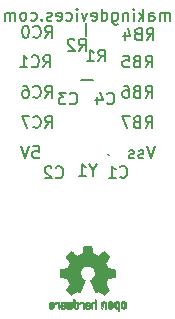
<source format=gbr>
%TF.GenerationSoftware,KiCad,Pcbnew,(6.0.2)*%
%TF.CreationDate,2022-12-01T20:05:35+01:00*%
%TF.ProjectId,nightUSB,6e696768-7455-4534-922e-6b696361645f,rev?*%
%TF.SameCoordinates,Original*%
%TF.FileFunction,Legend,Bot*%
%TF.FilePolarity,Positive*%
%FSLAX46Y46*%
G04 Gerber Fmt 4.6, Leading zero omitted, Abs format (unit mm)*
G04 Created by KiCad (PCBNEW (6.0.2)) date 2022-12-01 20:05:35*
%MOMM*%
%LPD*%
G01*
G04 APERTURE LIST*
%ADD10C,0.150000*%
%ADD11C,0.010000*%
%ADD12C,0.200000*%
%ADD13C,0.100000*%
G04 APERTURE END LIST*
D10*
X98976190Y-65052380D02*
X98976190Y-64385714D01*
X98976190Y-64480952D02*
X98928571Y-64433333D01*
X98833333Y-64385714D01*
X98690476Y-64385714D01*
X98595238Y-64433333D01*
X98547619Y-64528571D01*
X98547619Y-65052380D01*
X98547619Y-64528571D02*
X98500000Y-64433333D01*
X98404761Y-64385714D01*
X98261904Y-64385714D01*
X98166666Y-64433333D01*
X98119047Y-64528571D01*
X98119047Y-65052380D01*
X97214285Y-65052380D02*
X97214285Y-64528571D01*
X97261904Y-64433333D01*
X97357142Y-64385714D01*
X97547619Y-64385714D01*
X97642857Y-64433333D01*
X97214285Y-65004761D02*
X97309523Y-65052380D01*
X97547619Y-65052380D01*
X97642857Y-65004761D01*
X97690476Y-64909523D01*
X97690476Y-64814285D01*
X97642857Y-64719047D01*
X97547619Y-64671428D01*
X97309523Y-64671428D01*
X97214285Y-64623809D01*
X96738095Y-65052380D02*
X96738095Y-64052380D01*
X96642857Y-64671428D02*
X96357142Y-65052380D01*
X96357142Y-64385714D02*
X96738095Y-64766666D01*
X95928571Y-65052380D02*
X95928571Y-64385714D01*
X95928571Y-64052380D02*
X95976190Y-64100000D01*
X95928571Y-64147619D01*
X95880952Y-64100000D01*
X95928571Y-64052380D01*
X95928571Y-64147619D01*
X95452380Y-64385714D02*
X95452380Y-65052380D01*
X95452380Y-64480952D02*
X95404761Y-64433333D01*
X95309523Y-64385714D01*
X95166666Y-64385714D01*
X95071428Y-64433333D01*
X95023809Y-64528571D01*
X95023809Y-65052380D01*
X94119047Y-64385714D02*
X94119047Y-65195238D01*
X94166666Y-65290476D01*
X94214285Y-65338095D01*
X94309523Y-65385714D01*
X94452380Y-65385714D01*
X94547619Y-65338095D01*
X94119047Y-65004761D02*
X94214285Y-65052380D01*
X94404761Y-65052380D01*
X94500000Y-65004761D01*
X94547619Y-64957142D01*
X94595238Y-64861904D01*
X94595238Y-64576190D01*
X94547619Y-64480952D01*
X94500000Y-64433333D01*
X94404761Y-64385714D01*
X94214285Y-64385714D01*
X94119047Y-64433333D01*
X93214285Y-65052380D02*
X93214285Y-64052380D01*
X93214285Y-65004761D02*
X93309523Y-65052380D01*
X93500000Y-65052380D01*
X93595238Y-65004761D01*
X93642857Y-64957142D01*
X93690476Y-64861904D01*
X93690476Y-64576190D01*
X93642857Y-64480952D01*
X93595238Y-64433333D01*
X93500000Y-64385714D01*
X93309523Y-64385714D01*
X93214285Y-64433333D01*
X92357142Y-65004761D02*
X92452380Y-65052380D01*
X92642857Y-65052380D01*
X92738095Y-65004761D01*
X92785714Y-64909523D01*
X92785714Y-64528571D01*
X92738095Y-64433333D01*
X92642857Y-64385714D01*
X92452380Y-64385714D01*
X92357142Y-64433333D01*
X92309523Y-64528571D01*
X92309523Y-64623809D01*
X92785714Y-64719047D01*
X91976190Y-64385714D02*
X91738095Y-65052380D01*
X91500000Y-64385714D01*
X91119047Y-65052380D02*
X91119047Y-64385714D01*
X91119047Y-64052380D02*
X91166666Y-64100000D01*
X91119047Y-64147619D01*
X91071428Y-64100000D01*
X91119047Y-64052380D01*
X91119047Y-64147619D01*
X90214285Y-65004761D02*
X90309523Y-65052380D01*
X90500000Y-65052380D01*
X90595238Y-65004761D01*
X90642857Y-64957142D01*
X90690476Y-64861904D01*
X90690476Y-64576190D01*
X90642857Y-64480952D01*
X90595238Y-64433333D01*
X90500000Y-64385714D01*
X90309523Y-64385714D01*
X90214285Y-64433333D01*
X89404761Y-65004761D02*
X89500000Y-65052380D01*
X89690476Y-65052380D01*
X89785714Y-65004761D01*
X89833333Y-64909523D01*
X89833333Y-64528571D01*
X89785714Y-64433333D01*
X89690476Y-64385714D01*
X89500000Y-64385714D01*
X89404761Y-64433333D01*
X89357142Y-64528571D01*
X89357142Y-64623809D01*
X89833333Y-64719047D01*
X88976190Y-65004761D02*
X88880952Y-65052380D01*
X88690476Y-65052380D01*
X88595238Y-65004761D01*
X88547619Y-64909523D01*
X88547619Y-64861904D01*
X88595238Y-64766666D01*
X88690476Y-64719047D01*
X88833333Y-64719047D01*
X88928571Y-64671428D01*
X88976190Y-64576190D01*
X88976190Y-64528571D01*
X88928571Y-64433333D01*
X88833333Y-64385714D01*
X88690476Y-64385714D01*
X88595238Y-64433333D01*
X88119047Y-64957142D02*
X88071428Y-65004761D01*
X88119047Y-65052380D01*
X88166666Y-65004761D01*
X88119047Y-64957142D01*
X88119047Y-65052380D01*
X87214285Y-65004761D02*
X87309523Y-65052380D01*
X87500000Y-65052380D01*
X87595238Y-65004761D01*
X87642857Y-64957142D01*
X87690476Y-64861904D01*
X87690476Y-64576190D01*
X87642857Y-64480952D01*
X87595238Y-64433333D01*
X87500000Y-64385714D01*
X87309523Y-64385714D01*
X87214285Y-64433333D01*
X86642857Y-65052380D02*
X86738095Y-65004761D01*
X86785714Y-64957142D01*
X86833333Y-64861904D01*
X86833333Y-64576190D01*
X86785714Y-64480952D01*
X86738095Y-64433333D01*
X86642857Y-64385714D01*
X86500000Y-64385714D01*
X86404761Y-64433333D01*
X86357142Y-64480952D01*
X86309523Y-64576190D01*
X86309523Y-64861904D01*
X86357142Y-64957142D01*
X86404761Y-65004761D01*
X86500000Y-65052380D01*
X86642857Y-65052380D01*
X85880952Y-65052380D02*
X85880952Y-64385714D01*
X85880952Y-64480952D02*
X85833333Y-64433333D01*
X85738095Y-64385714D01*
X85595238Y-64385714D01*
X85500000Y-64433333D01*
X85452380Y-64528571D01*
X85452380Y-65052380D01*
X85452380Y-64528571D02*
X85404761Y-64433333D01*
X85309523Y-64385714D01*
X85166666Y-64385714D01*
X85071428Y-64433333D01*
X85023809Y-64528571D01*
X85023809Y-65052380D01*
X88266666Y-69002380D02*
X88600000Y-68526190D01*
X88838095Y-69002380D02*
X88838095Y-68002380D01*
X88457142Y-68002380D01*
X88361904Y-68050000D01*
X88314285Y-68097619D01*
X88266666Y-68192857D01*
X88266666Y-68335714D01*
X88314285Y-68430952D01*
X88361904Y-68478571D01*
X88457142Y-68526190D01*
X88838095Y-68526190D01*
X87266666Y-68907142D02*
X87314285Y-68954761D01*
X87457142Y-69002380D01*
X87552380Y-69002380D01*
X87695238Y-68954761D01*
X87790476Y-68859523D01*
X87838095Y-68764285D01*
X87885714Y-68573809D01*
X87885714Y-68430952D01*
X87838095Y-68240476D01*
X87790476Y-68145238D01*
X87695238Y-68050000D01*
X87552380Y-68002380D01*
X87457142Y-68002380D01*
X87314285Y-68050000D01*
X87266666Y-68097619D01*
X86314285Y-69002380D02*
X86885714Y-69002380D01*
X86600000Y-69002380D02*
X86600000Y-68002380D01*
X86695238Y-68145238D01*
X86790476Y-68240476D01*
X86885714Y-68288095D01*
X88416666Y-66502380D02*
X88750000Y-66026190D01*
X88988095Y-66502380D02*
X88988095Y-65502380D01*
X88607142Y-65502380D01*
X88511904Y-65550000D01*
X88464285Y-65597619D01*
X88416666Y-65692857D01*
X88416666Y-65835714D01*
X88464285Y-65930952D01*
X88511904Y-65978571D01*
X88607142Y-66026190D01*
X88988095Y-66026190D01*
X87416666Y-66407142D02*
X87464285Y-66454761D01*
X87607142Y-66502380D01*
X87702380Y-66502380D01*
X87845238Y-66454761D01*
X87940476Y-66359523D01*
X87988095Y-66264285D01*
X88035714Y-66073809D01*
X88035714Y-65930952D01*
X87988095Y-65740476D01*
X87940476Y-65645238D01*
X87845238Y-65550000D01*
X87702380Y-65502380D01*
X87607142Y-65502380D01*
X87464285Y-65550000D01*
X87416666Y-65597619D01*
X86797619Y-65502380D02*
X86702380Y-65502380D01*
X86607142Y-65550000D01*
X86559523Y-65597619D01*
X86511904Y-65692857D01*
X86464285Y-65883333D01*
X86464285Y-66121428D01*
X86511904Y-66311904D01*
X86559523Y-66407142D01*
X86607142Y-66454761D01*
X86702380Y-66502380D01*
X86797619Y-66502380D01*
X86892857Y-66454761D01*
X86940476Y-66407142D01*
X86988095Y-66311904D01*
X87035714Y-66121428D01*
X87035714Y-65883333D01*
X86988095Y-65692857D01*
X86940476Y-65597619D01*
X86892857Y-65550000D01*
X86797619Y-65502380D01*
X88416666Y-74139880D02*
X88750000Y-73663690D01*
X88988095Y-74139880D02*
X88988095Y-73139880D01*
X88607142Y-73139880D01*
X88511904Y-73187500D01*
X88464285Y-73235119D01*
X88416666Y-73330357D01*
X88416666Y-73473214D01*
X88464285Y-73568452D01*
X88511904Y-73616071D01*
X88607142Y-73663690D01*
X88988095Y-73663690D01*
X87416666Y-74044642D02*
X87464285Y-74092261D01*
X87607142Y-74139880D01*
X87702380Y-74139880D01*
X87845238Y-74092261D01*
X87940476Y-73997023D01*
X87988095Y-73901785D01*
X88035714Y-73711309D01*
X88035714Y-73568452D01*
X87988095Y-73377976D01*
X87940476Y-73282738D01*
X87845238Y-73187500D01*
X87702380Y-73139880D01*
X87607142Y-73139880D01*
X87464285Y-73187500D01*
X87416666Y-73235119D01*
X87083333Y-73139880D02*
X86416666Y-73139880D01*
X86845238Y-74139880D01*
X97016666Y-66702380D02*
X97350000Y-66226190D01*
X97588095Y-66702380D02*
X97588095Y-65702380D01*
X97207142Y-65702380D01*
X97111904Y-65750000D01*
X97064285Y-65797619D01*
X97016666Y-65892857D01*
X97016666Y-66035714D01*
X97064285Y-66130952D01*
X97111904Y-66178571D01*
X97207142Y-66226190D01*
X97588095Y-66226190D01*
X96254761Y-66178571D02*
X96111904Y-66226190D01*
X96064285Y-66273809D01*
X96016666Y-66369047D01*
X96016666Y-66511904D01*
X96064285Y-66607142D01*
X96111904Y-66654761D01*
X96207142Y-66702380D01*
X96588095Y-66702380D01*
X96588095Y-65702380D01*
X96254761Y-65702380D01*
X96159523Y-65750000D01*
X96111904Y-65797619D01*
X96064285Y-65892857D01*
X96064285Y-65988095D01*
X96111904Y-66083333D01*
X96159523Y-66130952D01*
X96254761Y-66178571D01*
X96588095Y-66178571D01*
X95159523Y-66035714D02*
X95159523Y-66702380D01*
X95397619Y-65654761D02*
X95635714Y-66369047D01*
X95016666Y-66369047D01*
X96916666Y-74139880D02*
X97250000Y-73663690D01*
X97488095Y-74139880D02*
X97488095Y-73139880D01*
X97107142Y-73139880D01*
X97011904Y-73187500D01*
X96964285Y-73235119D01*
X96916666Y-73330357D01*
X96916666Y-73473214D01*
X96964285Y-73568452D01*
X97011904Y-73616071D01*
X97107142Y-73663690D01*
X97488095Y-73663690D01*
X96154761Y-73616071D02*
X96011904Y-73663690D01*
X95964285Y-73711309D01*
X95916666Y-73806547D01*
X95916666Y-73949404D01*
X95964285Y-74044642D01*
X96011904Y-74092261D01*
X96107142Y-74139880D01*
X96488095Y-74139880D01*
X96488095Y-73139880D01*
X96154761Y-73139880D01*
X96059523Y-73187500D01*
X96011904Y-73235119D01*
X95964285Y-73330357D01*
X95964285Y-73425595D01*
X96011904Y-73520833D01*
X96059523Y-73568452D01*
X96154761Y-73616071D01*
X96488095Y-73616071D01*
X95583333Y-73139880D02*
X94916666Y-73139880D01*
X95345238Y-74139880D01*
X87390476Y-75702380D02*
X87866666Y-75702380D01*
X87914285Y-76178571D01*
X87866666Y-76130952D01*
X87771428Y-76083333D01*
X87533333Y-76083333D01*
X87438095Y-76130952D01*
X87390476Y-76178571D01*
X87342857Y-76273809D01*
X87342857Y-76511904D01*
X87390476Y-76607142D01*
X87438095Y-76654761D01*
X87533333Y-76702380D01*
X87771428Y-76702380D01*
X87866666Y-76654761D01*
X87914285Y-76607142D01*
X87057142Y-75702380D02*
X86723809Y-76702380D01*
X86390476Y-75702380D01*
X88416666Y-71577380D02*
X88750000Y-71101190D01*
X88988095Y-71577380D02*
X88988095Y-70577380D01*
X88607142Y-70577380D01*
X88511904Y-70625000D01*
X88464285Y-70672619D01*
X88416666Y-70767857D01*
X88416666Y-70910714D01*
X88464285Y-71005952D01*
X88511904Y-71053571D01*
X88607142Y-71101190D01*
X88988095Y-71101190D01*
X87416666Y-71482142D02*
X87464285Y-71529761D01*
X87607142Y-71577380D01*
X87702380Y-71577380D01*
X87845238Y-71529761D01*
X87940476Y-71434523D01*
X87988095Y-71339285D01*
X88035714Y-71148809D01*
X88035714Y-71005952D01*
X87988095Y-70815476D01*
X87940476Y-70720238D01*
X87845238Y-70625000D01*
X87702380Y-70577380D01*
X87607142Y-70577380D01*
X87464285Y-70625000D01*
X87416666Y-70672619D01*
X86559523Y-70577380D02*
X86750000Y-70577380D01*
X86845238Y-70625000D01*
X86892857Y-70672619D01*
X86988095Y-70815476D01*
X87035714Y-71005952D01*
X87035714Y-71386904D01*
X86988095Y-71482142D01*
X86940476Y-71529761D01*
X86845238Y-71577380D01*
X86654761Y-71577380D01*
X86559523Y-71529761D01*
X86511904Y-71482142D01*
X86464285Y-71386904D01*
X86464285Y-71148809D01*
X86511904Y-71053571D01*
X86559523Y-71005952D01*
X86654761Y-70958333D01*
X86845238Y-70958333D01*
X86940476Y-71005952D01*
X86988095Y-71053571D01*
X87035714Y-71148809D01*
X96916666Y-71577380D02*
X97250000Y-71101190D01*
X97488095Y-71577380D02*
X97488095Y-70577380D01*
X97107142Y-70577380D01*
X97011904Y-70625000D01*
X96964285Y-70672619D01*
X96916666Y-70767857D01*
X96916666Y-70910714D01*
X96964285Y-71005952D01*
X97011904Y-71053571D01*
X97107142Y-71101190D01*
X97488095Y-71101190D01*
X96154761Y-71053571D02*
X96011904Y-71101190D01*
X95964285Y-71148809D01*
X95916666Y-71244047D01*
X95916666Y-71386904D01*
X95964285Y-71482142D01*
X96011904Y-71529761D01*
X96107142Y-71577380D01*
X96488095Y-71577380D01*
X96488095Y-70577380D01*
X96154761Y-70577380D01*
X96059523Y-70625000D01*
X96011904Y-70672619D01*
X95964285Y-70767857D01*
X95964285Y-70863095D01*
X96011904Y-70958333D01*
X96059523Y-71005952D01*
X96154761Y-71053571D01*
X96488095Y-71053571D01*
X95059523Y-70577380D02*
X95250000Y-70577380D01*
X95345238Y-70625000D01*
X95392857Y-70672619D01*
X95488095Y-70815476D01*
X95535714Y-71005952D01*
X95535714Y-71386904D01*
X95488095Y-71482142D01*
X95440476Y-71529761D01*
X95345238Y-71577380D01*
X95154761Y-71577380D01*
X95059523Y-71529761D01*
X95011904Y-71482142D01*
X94964285Y-71386904D01*
X94964285Y-71148809D01*
X95011904Y-71053571D01*
X95059523Y-71005952D01*
X95154761Y-70958333D01*
X95345238Y-70958333D01*
X95440476Y-71005952D01*
X95488095Y-71053571D01*
X95535714Y-71148809D01*
X97692857Y-75702380D02*
X97359523Y-76702380D01*
X97026190Y-75702380D01*
X96740476Y-76654761D02*
X96645238Y-76702380D01*
X96454761Y-76702380D01*
X96359523Y-76654761D01*
X96311904Y-76559523D01*
X96311904Y-76511904D01*
X96359523Y-76416666D01*
X96454761Y-76369047D01*
X96597619Y-76369047D01*
X96692857Y-76321428D01*
X96740476Y-76226190D01*
X96740476Y-76178571D01*
X96692857Y-76083333D01*
X96597619Y-76035714D01*
X96454761Y-76035714D01*
X96359523Y-76083333D01*
X95930952Y-76654761D02*
X95835714Y-76702380D01*
X95645238Y-76702380D01*
X95550000Y-76654761D01*
X95502380Y-76559523D01*
X95502380Y-76511904D01*
X95550000Y-76416666D01*
X95645238Y-76369047D01*
X95788095Y-76369047D01*
X95883333Y-76321428D01*
X95930952Y-76226190D01*
X95930952Y-76178571D01*
X95883333Y-76083333D01*
X95788095Y-76035714D01*
X95645238Y-76035714D01*
X95550000Y-76083333D01*
X96916666Y-69014880D02*
X97250000Y-68538690D01*
X97488095Y-69014880D02*
X97488095Y-68014880D01*
X97107142Y-68014880D01*
X97011904Y-68062500D01*
X96964285Y-68110119D01*
X96916666Y-68205357D01*
X96916666Y-68348214D01*
X96964285Y-68443452D01*
X97011904Y-68491071D01*
X97107142Y-68538690D01*
X97488095Y-68538690D01*
X96154761Y-68491071D02*
X96011904Y-68538690D01*
X95964285Y-68586309D01*
X95916666Y-68681547D01*
X95916666Y-68824404D01*
X95964285Y-68919642D01*
X96011904Y-68967261D01*
X96107142Y-69014880D01*
X96488095Y-69014880D01*
X96488095Y-68014880D01*
X96154761Y-68014880D01*
X96059523Y-68062500D01*
X96011904Y-68110119D01*
X95964285Y-68205357D01*
X95964285Y-68300595D01*
X96011904Y-68395833D01*
X96059523Y-68443452D01*
X96154761Y-68491071D01*
X96488095Y-68491071D01*
X95011904Y-68014880D02*
X95488095Y-68014880D01*
X95535714Y-68491071D01*
X95488095Y-68443452D01*
X95392857Y-68395833D01*
X95154761Y-68395833D01*
X95059523Y-68443452D01*
X95011904Y-68491071D01*
X94964285Y-68586309D01*
X94964285Y-68824404D01*
X95011904Y-68919642D01*
X95059523Y-68967261D01*
X95154761Y-69014880D01*
X95392857Y-69014880D01*
X95488095Y-68967261D01*
X95535714Y-68919642D01*
%TO.C,R2*%
X91266666Y-67602380D02*
X91600000Y-67126190D01*
X91838095Y-67602380D02*
X91838095Y-66602380D01*
X91457142Y-66602380D01*
X91361904Y-66650000D01*
X91314285Y-66697619D01*
X91266666Y-66792857D01*
X91266666Y-66935714D01*
X91314285Y-67030952D01*
X91361904Y-67078571D01*
X91457142Y-67126190D01*
X91838095Y-67126190D01*
X90885714Y-66697619D02*
X90838095Y-66650000D01*
X90742857Y-66602380D01*
X90504761Y-66602380D01*
X90409523Y-66650000D01*
X90361904Y-66697619D01*
X90314285Y-66792857D01*
X90314285Y-66888095D01*
X90361904Y-67030952D01*
X90933333Y-67602380D01*
X90314285Y-67602380D01*
%TO.C,C3*%
X90516666Y-72057142D02*
X90564285Y-72104761D01*
X90707142Y-72152380D01*
X90802380Y-72152380D01*
X90945238Y-72104761D01*
X91040476Y-72009523D01*
X91088095Y-71914285D01*
X91135714Y-71723809D01*
X91135714Y-71580952D01*
X91088095Y-71390476D01*
X91040476Y-71295238D01*
X90945238Y-71200000D01*
X90802380Y-71152380D01*
X90707142Y-71152380D01*
X90564285Y-71200000D01*
X90516666Y-71247619D01*
X90183333Y-71152380D02*
X89564285Y-71152380D01*
X89897619Y-71533333D01*
X89754761Y-71533333D01*
X89659523Y-71580952D01*
X89611904Y-71628571D01*
X89564285Y-71723809D01*
X89564285Y-71961904D01*
X89611904Y-72057142D01*
X89659523Y-72104761D01*
X89754761Y-72152380D01*
X90040476Y-72152380D01*
X90135714Y-72104761D01*
X90183333Y-72057142D01*
%TO.C,C4*%
X93666666Y-72057142D02*
X93714285Y-72104761D01*
X93857142Y-72152380D01*
X93952380Y-72152380D01*
X94095238Y-72104761D01*
X94190476Y-72009523D01*
X94238095Y-71914285D01*
X94285714Y-71723809D01*
X94285714Y-71580952D01*
X94238095Y-71390476D01*
X94190476Y-71295238D01*
X94095238Y-71200000D01*
X93952380Y-71152380D01*
X93857142Y-71152380D01*
X93714285Y-71200000D01*
X93666666Y-71247619D01*
X92809523Y-71485714D02*
X92809523Y-72152380D01*
X93047619Y-71104761D02*
X93285714Y-71819047D01*
X92666666Y-71819047D01*
%TO.C,Y1*%
X92476190Y-77726190D02*
X92476190Y-78202380D01*
X92809523Y-77202380D02*
X92476190Y-77726190D01*
X92142857Y-77202380D01*
X91285714Y-78202380D02*
X91857142Y-78202380D01*
X91571428Y-78202380D02*
X91571428Y-77202380D01*
X91666666Y-77345238D01*
X91761904Y-77440476D01*
X91857142Y-77488095D01*
%TO.C,R1*%
X92916666Y-68502380D02*
X93250000Y-68026190D01*
X93488095Y-68502380D02*
X93488095Y-67502380D01*
X93107142Y-67502380D01*
X93011904Y-67550000D01*
X92964285Y-67597619D01*
X92916666Y-67692857D01*
X92916666Y-67835714D01*
X92964285Y-67930952D01*
X93011904Y-67978571D01*
X93107142Y-68026190D01*
X93488095Y-68026190D01*
X91964285Y-68502380D02*
X92535714Y-68502380D01*
X92250000Y-68502380D02*
X92250000Y-67502380D01*
X92345238Y-67645238D01*
X92440476Y-67740476D01*
X92535714Y-67788095D01*
%TO.C,C2*%
X89316666Y-78307142D02*
X89364285Y-78354761D01*
X89507142Y-78402380D01*
X89602380Y-78402380D01*
X89745238Y-78354761D01*
X89840476Y-78259523D01*
X89888095Y-78164285D01*
X89935714Y-77973809D01*
X89935714Y-77830952D01*
X89888095Y-77640476D01*
X89840476Y-77545238D01*
X89745238Y-77450000D01*
X89602380Y-77402380D01*
X89507142Y-77402380D01*
X89364285Y-77450000D01*
X89316666Y-77497619D01*
X88935714Y-77497619D02*
X88888095Y-77450000D01*
X88792857Y-77402380D01*
X88554761Y-77402380D01*
X88459523Y-77450000D01*
X88411904Y-77497619D01*
X88364285Y-77592857D01*
X88364285Y-77688095D01*
X88411904Y-77830952D01*
X88983333Y-78402380D01*
X88364285Y-78402380D01*
%TO.C,C1*%
X94766666Y-78257142D02*
X94814285Y-78304761D01*
X94957142Y-78352380D01*
X95052380Y-78352380D01*
X95195238Y-78304761D01*
X95290476Y-78209523D01*
X95338095Y-78114285D01*
X95385714Y-77923809D01*
X95385714Y-77780952D01*
X95338095Y-77590476D01*
X95290476Y-77495238D01*
X95195238Y-77400000D01*
X95052380Y-77352380D01*
X94957142Y-77352380D01*
X94814285Y-77400000D01*
X94766666Y-77447619D01*
X93814285Y-78352380D02*
X94385714Y-78352380D01*
X94100000Y-78352380D02*
X94100000Y-77352380D01*
X94195238Y-77495238D01*
X94290476Y-77590476D01*
X94385714Y-77638095D01*
D11*
%TO.C,REF\u002A\u002A*%
X90220167Y-88858663D02*
X90217952Y-88896850D01*
X90217952Y-88896850D02*
X90216216Y-88954886D01*
X90216216Y-88954886D02*
X90215101Y-89028180D01*
X90215101Y-89028180D02*
X90214743Y-89105055D01*
X90214743Y-89105055D02*
X90214743Y-89365196D01*
X90214743Y-89365196D02*
X90260674Y-89411127D01*
X90260674Y-89411127D02*
X90292325Y-89439429D01*
X90292325Y-89439429D02*
X90320110Y-89450893D01*
X90320110Y-89450893D02*
X90358085Y-89450168D01*
X90358085Y-89450168D02*
X90373160Y-89448321D01*
X90373160Y-89448321D02*
X90420274Y-89442948D01*
X90420274Y-89442948D02*
X90459244Y-89439869D01*
X90459244Y-89439869D02*
X90468743Y-89439585D01*
X90468743Y-89439585D02*
X90500767Y-89441445D01*
X90500767Y-89441445D02*
X90546568Y-89446114D01*
X90546568Y-89446114D02*
X90564326Y-89448321D01*
X90564326Y-89448321D02*
X90607943Y-89451735D01*
X90607943Y-89451735D02*
X90637255Y-89444320D01*
X90637255Y-89444320D02*
X90666320Y-89421427D01*
X90666320Y-89421427D02*
X90676812Y-89411127D01*
X90676812Y-89411127D02*
X90722743Y-89365196D01*
X90722743Y-89365196D02*
X90722743Y-88878602D01*
X90722743Y-88878602D02*
X90685774Y-88861758D01*
X90685774Y-88861758D02*
X90653941Y-88849282D01*
X90653941Y-88849282D02*
X90635317Y-88844914D01*
X90635317Y-88844914D02*
X90630542Y-88858718D01*
X90630542Y-88858718D02*
X90626079Y-88897286D01*
X90626079Y-88897286D02*
X90622225Y-88956356D01*
X90622225Y-88956356D02*
X90619278Y-89031663D01*
X90619278Y-89031663D02*
X90617857Y-89095286D01*
X90617857Y-89095286D02*
X90613886Y-89345657D01*
X90613886Y-89345657D02*
X90579241Y-89350556D01*
X90579241Y-89350556D02*
X90547732Y-89347131D01*
X90547732Y-89347131D02*
X90532292Y-89336041D01*
X90532292Y-89336041D02*
X90527977Y-89315308D01*
X90527977Y-89315308D02*
X90524292Y-89271145D01*
X90524292Y-89271145D02*
X90521531Y-89209146D01*
X90521531Y-89209146D02*
X90519988Y-89134909D01*
X90519988Y-89134909D02*
X90519765Y-89096706D01*
X90519765Y-89096706D02*
X90519543Y-88876783D01*
X90519543Y-88876783D02*
X90473834Y-88860849D01*
X90473834Y-88860849D02*
X90441482Y-88850015D01*
X90441482Y-88850015D02*
X90423885Y-88844962D01*
X90423885Y-88844962D02*
X90423377Y-88844914D01*
X90423377Y-88844914D02*
X90421612Y-88858648D01*
X90421612Y-88858648D02*
X90419671Y-88896730D01*
X90419671Y-88896730D02*
X90417718Y-88954482D01*
X90417718Y-88954482D02*
X90415916Y-89027227D01*
X90415916Y-89027227D02*
X90414657Y-89095286D01*
X90414657Y-89095286D02*
X90410686Y-89345657D01*
X90410686Y-89345657D02*
X90323600Y-89345657D01*
X90323600Y-89345657D02*
X90319604Y-89117240D01*
X90319604Y-89117240D02*
X90315608Y-88888822D01*
X90315608Y-88888822D02*
X90273153Y-88866868D01*
X90273153Y-88866868D02*
X90241808Y-88851793D01*
X90241808Y-88851793D02*
X90223256Y-88844951D01*
X90223256Y-88844951D02*
X90222721Y-88844914D01*
X90222721Y-88844914D02*
X90220167Y-88858663D01*
X90220167Y-88858663D02*
X90220167Y-88858663D01*
G36*
X90653941Y-88849282D02*
G01*
X90685774Y-88861758D01*
X90722743Y-88878602D01*
X90722743Y-89365196D01*
X90676812Y-89411127D01*
X90666320Y-89421427D01*
X90637255Y-89444320D01*
X90607943Y-89451735D01*
X90564326Y-89448321D01*
X90546568Y-89446114D01*
X90500767Y-89441445D01*
X90468743Y-89439585D01*
X90459244Y-89439869D01*
X90420274Y-89442948D01*
X90373160Y-89448321D01*
X90358085Y-89450168D01*
X90320110Y-89450893D01*
X90292325Y-89439429D01*
X90260674Y-89411127D01*
X90214743Y-89365196D01*
X90214743Y-89105055D01*
X90215101Y-89028180D01*
X90216216Y-88954886D01*
X90217952Y-88896850D01*
X90220167Y-88858663D01*
X90222721Y-88844914D01*
X90223256Y-88844951D01*
X90241808Y-88851793D01*
X90273153Y-88866868D01*
X90315608Y-88888822D01*
X90319604Y-89117240D01*
X90323600Y-89345657D01*
X90410686Y-89345657D01*
X90414657Y-89095286D01*
X90415916Y-89027227D01*
X90417718Y-88954482D01*
X90419671Y-88896730D01*
X90421612Y-88858648D01*
X90423377Y-88844914D01*
X90423885Y-88844962D01*
X90441482Y-88850015D01*
X90473834Y-88860849D01*
X90519543Y-88876783D01*
X90519765Y-89096706D01*
X90519988Y-89134909D01*
X90521531Y-89209146D01*
X90524292Y-89271145D01*
X90527977Y-89315308D01*
X90532292Y-89336041D01*
X90547732Y-89347131D01*
X90579241Y-89350556D01*
X90613886Y-89345657D01*
X90617857Y-89095286D01*
X90619278Y-89031663D01*
X90622225Y-88956356D01*
X90626079Y-88897286D01*
X90630542Y-88858718D01*
X90635317Y-88844914D01*
X90653941Y-88849282D01*
G37*
X90653941Y-88849282D02*
X90685774Y-88861758D01*
X90722743Y-88878602D01*
X90722743Y-89365196D01*
X90676812Y-89411127D01*
X90666320Y-89421427D01*
X90637255Y-89444320D01*
X90607943Y-89451735D01*
X90564326Y-89448321D01*
X90546568Y-89446114D01*
X90500767Y-89441445D01*
X90468743Y-89439585D01*
X90459244Y-89439869D01*
X90420274Y-89442948D01*
X90373160Y-89448321D01*
X90358085Y-89450168D01*
X90320110Y-89450893D01*
X90292325Y-89439429D01*
X90260674Y-89411127D01*
X90214743Y-89365196D01*
X90214743Y-89105055D01*
X90215101Y-89028180D01*
X90216216Y-88954886D01*
X90217952Y-88896850D01*
X90220167Y-88858663D01*
X90222721Y-88844914D01*
X90223256Y-88844951D01*
X90241808Y-88851793D01*
X90273153Y-88866868D01*
X90315608Y-88888822D01*
X90319604Y-89117240D01*
X90323600Y-89345657D01*
X90410686Y-89345657D01*
X90414657Y-89095286D01*
X90415916Y-89027227D01*
X90417718Y-88954482D01*
X90419671Y-88896730D01*
X90421612Y-88858648D01*
X90423377Y-88844914D01*
X90423885Y-88844962D01*
X90441482Y-88850015D01*
X90473834Y-88860849D01*
X90519543Y-88876783D01*
X90519765Y-89096706D01*
X90519988Y-89134909D01*
X90521531Y-89209146D01*
X90524292Y-89271145D01*
X90527977Y-89315308D01*
X90532292Y-89336041D01*
X90547732Y-89347131D01*
X90579241Y-89350556D01*
X90613886Y-89345657D01*
X90617857Y-89095286D01*
X90619278Y-89031663D01*
X90622225Y-88956356D01*
X90626079Y-88897286D01*
X90630542Y-88858718D01*
X90635317Y-88844914D01*
X90653941Y-88849282D01*
X94958885Y-88821962D02*
X94890855Y-88857733D01*
X94890855Y-88857733D02*
X94840649Y-88915301D01*
X94840649Y-88915301D02*
X94822815Y-88952312D01*
X94822815Y-88952312D02*
X94808937Y-89007882D01*
X94808937Y-89007882D02*
X94801833Y-89078096D01*
X94801833Y-89078096D02*
X94801160Y-89154727D01*
X94801160Y-89154727D02*
X94806573Y-89229552D01*
X94806573Y-89229552D02*
X94817730Y-89294342D01*
X94817730Y-89294342D02*
X94834286Y-89340873D01*
X94834286Y-89340873D02*
X94839374Y-89348887D01*
X94839374Y-89348887D02*
X94899645Y-89408707D01*
X94899645Y-89408707D02*
X94971231Y-89444535D01*
X94971231Y-89444535D02*
X95048908Y-89455020D01*
X95048908Y-89455020D02*
X95127452Y-89438810D01*
X95127452Y-89438810D02*
X95149311Y-89429092D01*
X95149311Y-89429092D02*
X95191878Y-89399143D01*
X95191878Y-89399143D02*
X95229237Y-89359433D01*
X95229237Y-89359433D02*
X95232768Y-89354397D01*
X95232768Y-89354397D02*
X95247119Y-89330124D01*
X95247119Y-89330124D02*
X95256606Y-89304178D01*
X95256606Y-89304178D02*
X95262210Y-89270022D01*
X95262210Y-89270022D02*
X95264914Y-89221119D01*
X95264914Y-89221119D02*
X95265701Y-89150935D01*
X95265701Y-89150935D02*
X95265714Y-89135200D01*
X95265714Y-89135200D02*
X95265678Y-89130192D01*
X95265678Y-89130192D02*
X95120571Y-89130192D01*
X95120571Y-89130192D02*
X95119727Y-89196430D01*
X95119727Y-89196430D02*
X95116404Y-89240386D01*
X95116404Y-89240386D02*
X95109417Y-89268779D01*
X95109417Y-89268779D02*
X95097584Y-89288325D01*
X95097584Y-89288325D02*
X95091543Y-89294857D01*
X95091543Y-89294857D02*
X95056814Y-89319680D01*
X95056814Y-89319680D02*
X95023097Y-89318548D01*
X95023097Y-89318548D02*
X94989005Y-89297016D01*
X94989005Y-89297016D02*
X94968671Y-89274029D01*
X94968671Y-89274029D02*
X94956629Y-89240478D01*
X94956629Y-89240478D02*
X94949866Y-89187569D01*
X94949866Y-89187569D02*
X94949402Y-89181399D01*
X94949402Y-89181399D02*
X94948248Y-89085513D01*
X94948248Y-89085513D02*
X94960312Y-89014299D01*
X94960312Y-89014299D02*
X94985430Y-88968194D01*
X94985430Y-88968194D02*
X95023440Y-88947635D01*
X95023440Y-88947635D02*
X95037008Y-88946514D01*
X95037008Y-88946514D02*
X95072636Y-88952152D01*
X95072636Y-88952152D02*
X95097006Y-88971686D01*
X95097006Y-88971686D02*
X95111907Y-89009042D01*
X95111907Y-89009042D02*
X95119125Y-89068150D01*
X95119125Y-89068150D02*
X95120571Y-89130192D01*
X95120571Y-89130192D02*
X95265678Y-89130192D01*
X95265678Y-89130192D02*
X95265174Y-89060413D01*
X95265174Y-89060413D02*
X95262904Y-89008159D01*
X95262904Y-89008159D02*
X95257932Y-88971949D01*
X95257932Y-88971949D02*
X95249287Y-88945299D01*
X95249287Y-88945299D02*
X95235995Y-88921722D01*
X95235995Y-88921722D02*
X95233057Y-88917338D01*
X95233057Y-88917338D02*
X95183687Y-88858249D01*
X95183687Y-88858249D02*
X95129891Y-88823947D01*
X95129891Y-88823947D02*
X95064398Y-88810331D01*
X95064398Y-88810331D02*
X95042158Y-88809665D01*
X95042158Y-88809665D02*
X94958885Y-88821962D01*
X94958885Y-88821962D02*
X94958885Y-88821962D01*
G36*
X95265701Y-89150935D02*
G01*
X95264914Y-89221119D01*
X95262210Y-89270022D01*
X95256606Y-89304178D01*
X95247119Y-89330124D01*
X95232768Y-89354397D01*
X95229237Y-89359433D01*
X95191878Y-89399143D01*
X95149311Y-89429092D01*
X95127452Y-89438810D01*
X95048908Y-89455020D01*
X94971231Y-89444535D01*
X94899645Y-89408707D01*
X94839374Y-89348887D01*
X94834286Y-89340873D01*
X94817730Y-89294342D01*
X94806573Y-89229552D01*
X94801160Y-89154727D01*
X94801768Y-89085513D01*
X94948248Y-89085513D01*
X94949402Y-89181399D01*
X94949866Y-89187569D01*
X94956629Y-89240478D01*
X94968671Y-89274029D01*
X94989005Y-89297016D01*
X95023097Y-89318548D01*
X95056814Y-89319680D01*
X95091543Y-89294857D01*
X95097584Y-89288325D01*
X95109417Y-89268779D01*
X95116404Y-89240386D01*
X95119727Y-89196430D01*
X95120571Y-89130192D01*
X95119125Y-89068150D01*
X95111907Y-89009042D01*
X95097006Y-88971686D01*
X95072636Y-88952152D01*
X95037008Y-88946514D01*
X95023440Y-88947635D01*
X94985430Y-88968194D01*
X94960312Y-89014299D01*
X94948248Y-89085513D01*
X94801768Y-89085513D01*
X94801833Y-89078096D01*
X94808937Y-89007882D01*
X94822815Y-88952312D01*
X94840649Y-88915301D01*
X94890855Y-88857733D01*
X94958885Y-88821962D01*
X95042158Y-88809665D01*
X95064398Y-88810331D01*
X95129891Y-88823947D01*
X95183687Y-88858249D01*
X95233057Y-88917338D01*
X95235995Y-88921722D01*
X95249287Y-88945299D01*
X95257932Y-88971949D01*
X95262904Y-89008159D01*
X95265174Y-89060413D01*
X95265678Y-89130192D01*
X95265714Y-89135200D01*
X95265701Y-89150935D01*
G37*
X95265701Y-89150935D02*
X95264914Y-89221119D01*
X95262210Y-89270022D01*
X95256606Y-89304178D01*
X95247119Y-89330124D01*
X95232768Y-89354397D01*
X95229237Y-89359433D01*
X95191878Y-89399143D01*
X95149311Y-89429092D01*
X95127452Y-89438810D01*
X95048908Y-89455020D01*
X94971231Y-89444535D01*
X94899645Y-89408707D01*
X94839374Y-89348887D01*
X94834286Y-89340873D01*
X94817730Y-89294342D01*
X94806573Y-89229552D01*
X94801160Y-89154727D01*
X94801768Y-89085513D01*
X94948248Y-89085513D01*
X94949402Y-89181399D01*
X94949866Y-89187569D01*
X94956629Y-89240478D01*
X94968671Y-89274029D01*
X94989005Y-89297016D01*
X95023097Y-89318548D01*
X95056814Y-89319680D01*
X95091543Y-89294857D01*
X95097584Y-89288325D01*
X95109417Y-89268779D01*
X95116404Y-89240386D01*
X95119727Y-89196430D01*
X95120571Y-89130192D01*
X95119125Y-89068150D01*
X95111907Y-89009042D01*
X95097006Y-88971686D01*
X95072636Y-88952152D01*
X95037008Y-88946514D01*
X95023440Y-88947635D01*
X94985430Y-88968194D01*
X94960312Y-89014299D01*
X94948248Y-89085513D01*
X94801768Y-89085513D01*
X94801833Y-89078096D01*
X94808937Y-89007882D01*
X94822815Y-88952312D01*
X94840649Y-88915301D01*
X94890855Y-88857733D01*
X94958885Y-88821962D01*
X95042158Y-88809665D01*
X95064398Y-88810331D01*
X95129891Y-88823947D01*
X95183687Y-88858249D01*
X95233057Y-88917338D01*
X95235995Y-88921722D01*
X95249287Y-88945299D01*
X95257932Y-88971949D01*
X95262904Y-89008159D01*
X95265174Y-89060413D01*
X95265678Y-89130192D01*
X95265714Y-89135200D01*
X95265701Y-89150935D01*
X88846405Y-88866966D02*
X88788979Y-88904497D01*
X88788979Y-88904497D02*
X88761281Y-88938096D01*
X88761281Y-88938096D02*
X88739338Y-88999064D01*
X88739338Y-88999064D02*
X88737595Y-89047308D01*
X88737595Y-89047308D02*
X88741543Y-89111816D01*
X88741543Y-89111816D02*
X88890314Y-89176934D01*
X88890314Y-89176934D02*
X88962651Y-89210202D01*
X88962651Y-89210202D02*
X89009916Y-89236964D01*
X89009916Y-89236964D02*
X89034493Y-89260144D01*
X89034493Y-89260144D02*
X89038763Y-89282667D01*
X89038763Y-89282667D02*
X89025111Y-89307455D01*
X89025111Y-89307455D02*
X89010057Y-89323886D01*
X89010057Y-89323886D02*
X88966254Y-89350235D01*
X88966254Y-89350235D02*
X88918611Y-89352081D01*
X88918611Y-89352081D02*
X88874855Y-89331546D01*
X88874855Y-89331546D02*
X88842711Y-89290752D01*
X88842711Y-89290752D02*
X88836962Y-89276347D01*
X88836962Y-89276347D02*
X88809424Y-89231356D01*
X88809424Y-89231356D02*
X88777742Y-89212182D01*
X88777742Y-89212182D02*
X88734286Y-89195779D01*
X88734286Y-89195779D02*
X88734286Y-89257966D01*
X88734286Y-89257966D02*
X88738128Y-89300283D01*
X88738128Y-89300283D02*
X88753177Y-89335969D01*
X88753177Y-89335969D02*
X88784720Y-89376943D01*
X88784720Y-89376943D02*
X88789408Y-89382267D01*
X88789408Y-89382267D02*
X88824494Y-89418720D01*
X88824494Y-89418720D02*
X88854653Y-89438283D01*
X88854653Y-89438283D02*
X88892385Y-89447283D01*
X88892385Y-89447283D02*
X88923665Y-89450230D01*
X88923665Y-89450230D02*
X88979615Y-89450965D01*
X88979615Y-89450965D02*
X89019445Y-89441660D01*
X89019445Y-89441660D02*
X89044292Y-89427846D01*
X89044292Y-89427846D02*
X89083344Y-89397467D01*
X89083344Y-89397467D02*
X89110375Y-89364613D01*
X89110375Y-89364613D02*
X89127483Y-89323294D01*
X89127483Y-89323294D02*
X89136762Y-89267521D01*
X89136762Y-89267521D02*
X89140307Y-89191305D01*
X89140307Y-89191305D02*
X89140590Y-89152622D01*
X89140590Y-89152622D02*
X89139628Y-89106247D01*
X89139628Y-89106247D02*
X89051993Y-89106247D01*
X89051993Y-89106247D02*
X89050977Y-89131126D01*
X89050977Y-89131126D02*
X89048444Y-89135200D01*
X89048444Y-89135200D02*
X89031726Y-89129665D01*
X89031726Y-89129665D02*
X88995751Y-89115017D01*
X88995751Y-89115017D02*
X88947669Y-89094190D01*
X88947669Y-89094190D02*
X88937614Y-89089714D01*
X88937614Y-89089714D02*
X88876848Y-89058814D01*
X88876848Y-89058814D02*
X88843368Y-89031657D01*
X88843368Y-89031657D02*
X88836010Y-89006220D01*
X88836010Y-89006220D02*
X88853609Y-88980481D01*
X88853609Y-88980481D02*
X88868144Y-88969109D01*
X88868144Y-88969109D02*
X88920590Y-88946364D01*
X88920590Y-88946364D02*
X88969678Y-88950122D01*
X88969678Y-88950122D02*
X89010773Y-88977884D01*
X89010773Y-88977884D02*
X89039242Y-89027152D01*
X89039242Y-89027152D02*
X89048369Y-89066257D01*
X89048369Y-89066257D02*
X89051993Y-89106247D01*
X89051993Y-89106247D02*
X89139628Y-89106247D01*
X89139628Y-89106247D02*
X89138715Y-89062249D01*
X89138715Y-89062249D02*
X89131804Y-88995384D01*
X89131804Y-88995384D02*
X89118116Y-88946695D01*
X89118116Y-88946695D02*
X89095904Y-88910849D01*
X89095904Y-88910849D02*
X89063426Y-88882513D01*
X89063426Y-88882513D02*
X89049267Y-88873355D01*
X89049267Y-88873355D02*
X88984947Y-88849507D01*
X88984947Y-88849507D02*
X88914527Y-88848006D01*
X88914527Y-88848006D02*
X88846405Y-88866966D01*
X88846405Y-88866966D02*
X88846405Y-88866966D01*
G36*
X89140307Y-89191305D02*
G01*
X89136762Y-89267521D01*
X89127483Y-89323294D01*
X89110375Y-89364613D01*
X89083344Y-89397467D01*
X89044292Y-89427846D01*
X89019445Y-89441660D01*
X88979615Y-89450965D01*
X88923665Y-89450230D01*
X88892385Y-89447283D01*
X88854653Y-89438283D01*
X88824494Y-89418720D01*
X88789408Y-89382267D01*
X88784720Y-89376943D01*
X88753177Y-89335969D01*
X88738128Y-89300283D01*
X88734286Y-89257966D01*
X88734286Y-89195779D01*
X88777742Y-89212182D01*
X88809424Y-89231356D01*
X88836962Y-89276347D01*
X88842711Y-89290752D01*
X88874855Y-89331546D01*
X88918611Y-89352081D01*
X88966254Y-89350235D01*
X89010057Y-89323886D01*
X89025111Y-89307455D01*
X89038763Y-89282667D01*
X89034493Y-89260144D01*
X89009916Y-89236964D01*
X88962651Y-89210202D01*
X88890314Y-89176934D01*
X88741543Y-89111816D01*
X88737595Y-89047308D01*
X88739079Y-89006220D01*
X88836010Y-89006220D01*
X88843368Y-89031657D01*
X88876848Y-89058814D01*
X88937614Y-89089714D01*
X88947669Y-89094190D01*
X88995751Y-89115017D01*
X89031726Y-89129665D01*
X89048444Y-89135200D01*
X89050977Y-89131126D01*
X89051993Y-89106247D01*
X89048369Y-89066257D01*
X89039242Y-89027152D01*
X89010773Y-88977884D01*
X88969678Y-88950122D01*
X88920590Y-88946364D01*
X88868144Y-88969109D01*
X88853609Y-88980481D01*
X88836010Y-89006220D01*
X88739079Y-89006220D01*
X88739338Y-88999064D01*
X88761281Y-88938096D01*
X88788979Y-88904497D01*
X88846405Y-88866966D01*
X88914527Y-88848006D01*
X88984947Y-88849507D01*
X89049267Y-88873355D01*
X89063426Y-88882513D01*
X89095904Y-88910849D01*
X89118116Y-88946695D01*
X89131804Y-88995384D01*
X89138715Y-89062249D01*
X89139628Y-89106247D01*
X89140590Y-89152622D01*
X89140307Y-89191305D01*
G37*
X89140307Y-89191305D02*
X89136762Y-89267521D01*
X89127483Y-89323294D01*
X89110375Y-89364613D01*
X89083344Y-89397467D01*
X89044292Y-89427846D01*
X89019445Y-89441660D01*
X88979615Y-89450965D01*
X88923665Y-89450230D01*
X88892385Y-89447283D01*
X88854653Y-89438283D01*
X88824494Y-89418720D01*
X88789408Y-89382267D01*
X88784720Y-89376943D01*
X88753177Y-89335969D01*
X88738128Y-89300283D01*
X88734286Y-89257966D01*
X88734286Y-89195779D01*
X88777742Y-89212182D01*
X88809424Y-89231356D01*
X88836962Y-89276347D01*
X88842711Y-89290752D01*
X88874855Y-89331546D01*
X88918611Y-89352081D01*
X88966254Y-89350235D01*
X89010057Y-89323886D01*
X89025111Y-89307455D01*
X89038763Y-89282667D01*
X89034493Y-89260144D01*
X89009916Y-89236964D01*
X88962651Y-89210202D01*
X88890314Y-89176934D01*
X88741543Y-89111816D01*
X88737595Y-89047308D01*
X88739079Y-89006220D01*
X88836010Y-89006220D01*
X88843368Y-89031657D01*
X88876848Y-89058814D01*
X88937614Y-89089714D01*
X88947669Y-89094190D01*
X88995751Y-89115017D01*
X89031726Y-89129665D01*
X89048444Y-89135200D01*
X89050977Y-89131126D01*
X89051993Y-89106247D01*
X89048369Y-89066257D01*
X89039242Y-89027152D01*
X89010773Y-88977884D01*
X88969678Y-88950122D01*
X88920590Y-88946364D01*
X88868144Y-88969109D01*
X88853609Y-88980481D01*
X88836010Y-89006220D01*
X88739079Y-89006220D01*
X88739338Y-88999064D01*
X88761281Y-88938096D01*
X88788979Y-88904497D01*
X88846405Y-88866966D01*
X88914527Y-88848006D01*
X88984947Y-88849507D01*
X89049267Y-88873355D01*
X89063426Y-88882513D01*
X89095904Y-88910849D01*
X89118116Y-88946695D01*
X89131804Y-88995384D01*
X89138715Y-89062249D01*
X89139628Y-89106247D01*
X89140590Y-89152622D01*
X89140307Y-89191305D01*
X93283907Y-88827780D02*
X93237328Y-88854723D01*
X93237328Y-88854723D02*
X93204943Y-88881466D01*
X93204943Y-88881466D02*
X93181258Y-88909484D01*
X93181258Y-88909484D02*
X93164941Y-88943748D01*
X93164941Y-88943748D02*
X93154661Y-88989227D01*
X93154661Y-88989227D02*
X93149086Y-89050892D01*
X93149086Y-89050892D02*
X93146884Y-89133711D01*
X93146884Y-89133711D02*
X93146629Y-89193246D01*
X93146629Y-89193246D02*
X93146629Y-89412391D01*
X93146629Y-89412391D02*
X93208314Y-89440044D01*
X93208314Y-89440044D02*
X93270000Y-89467697D01*
X93270000Y-89467697D02*
X93277257Y-89227670D01*
X93277257Y-89227670D02*
X93280256Y-89138028D01*
X93280256Y-89138028D02*
X93283402Y-89072962D01*
X93283402Y-89072962D02*
X93287299Y-89028026D01*
X93287299Y-89028026D02*
X93292553Y-88998770D01*
X93292553Y-88998770D02*
X93299769Y-88980748D01*
X93299769Y-88980748D02*
X93309550Y-88969511D01*
X93309550Y-88969511D02*
X93312688Y-88967079D01*
X93312688Y-88967079D02*
X93360239Y-88948083D01*
X93360239Y-88948083D02*
X93408303Y-88955600D01*
X93408303Y-88955600D02*
X93436914Y-88975543D01*
X93436914Y-88975543D02*
X93448553Y-88989675D01*
X93448553Y-88989675D02*
X93456609Y-89008220D01*
X93456609Y-89008220D02*
X93461729Y-89036334D01*
X93461729Y-89036334D02*
X93464559Y-89079173D01*
X93464559Y-89079173D02*
X93465744Y-89141895D01*
X93465744Y-89141895D02*
X93465943Y-89207261D01*
X93465943Y-89207261D02*
X93465982Y-89289268D01*
X93465982Y-89289268D02*
X93467386Y-89347316D01*
X93467386Y-89347316D02*
X93472086Y-89386465D01*
X93472086Y-89386465D02*
X93482013Y-89411780D01*
X93482013Y-89411780D02*
X93499097Y-89428323D01*
X93499097Y-89428323D02*
X93525268Y-89441156D01*
X93525268Y-89441156D02*
X93560225Y-89454491D01*
X93560225Y-89454491D02*
X93598404Y-89469007D01*
X93598404Y-89469007D02*
X93593859Y-89211389D01*
X93593859Y-89211389D02*
X93592029Y-89118519D01*
X93592029Y-89118519D02*
X93589888Y-89049889D01*
X93589888Y-89049889D02*
X93586819Y-89000711D01*
X93586819Y-89000711D02*
X93582206Y-88966198D01*
X93582206Y-88966198D02*
X93575432Y-88941562D01*
X93575432Y-88941562D02*
X93565881Y-88922016D01*
X93565881Y-88922016D02*
X93554366Y-88904770D01*
X93554366Y-88904770D02*
X93498810Y-88849680D01*
X93498810Y-88849680D02*
X93431020Y-88817822D01*
X93431020Y-88817822D02*
X93357287Y-88810191D01*
X93357287Y-88810191D02*
X93283907Y-88827780D01*
X93283907Y-88827780D02*
X93283907Y-88827780D01*
G36*
X93431020Y-88817822D02*
G01*
X93498810Y-88849680D01*
X93554366Y-88904770D01*
X93565881Y-88922016D01*
X93575432Y-88941562D01*
X93582206Y-88966198D01*
X93586819Y-89000711D01*
X93589888Y-89049889D01*
X93592029Y-89118519D01*
X93593859Y-89211389D01*
X93598404Y-89469007D01*
X93560225Y-89454491D01*
X93525268Y-89441156D01*
X93499097Y-89428323D01*
X93482013Y-89411780D01*
X93472086Y-89386465D01*
X93467386Y-89347316D01*
X93465982Y-89289268D01*
X93465943Y-89207261D01*
X93465744Y-89141895D01*
X93464559Y-89079173D01*
X93461729Y-89036334D01*
X93456609Y-89008220D01*
X93448553Y-88989675D01*
X93436914Y-88975543D01*
X93408303Y-88955600D01*
X93360239Y-88948083D01*
X93312688Y-88967079D01*
X93309550Y-88969511D01*
X93299769Y-88980748D01*
X93292553Y-88998770D01*
X93287299Y-89028026D01*
X93283402Y-89072962D01*
X93280256Y-89138028D01*
X93277257Y-89227670D01*
X93270000Y-89467697D01*
X93208314Y-89440044D01*
X93146629Y-89412391D01*
X93146629Y-89193246D01*
X93146884Y-89133711D01*
X93149086Y-89050892D01*
X93154661Y-88989227D01*
X93164941Y-88943748D01*
X93181258Y-88909484D01*
X93204943Y-88881466D01*
X93237328Y-88854723D01*
X93283907Y-88827780D01*
X93357287Y-88810191D01*
X93431020Y-88817822D01*
G37*
X93431020Y-88817822D02*
X93498810Y-88849680D01*
X93554366Y-88904770D01*
X93565881Y-88922016D01*
X93575432Y-88941562D01*
X93582206Y-88966198D01*
X93586819Y-89000711D01*
X93589888Y-89049889D01*
X93592029Y-89118519D01*
X93593859Y-89211389D01*
X93598404Y-89469007D01*
X93560225Y-89454491D01*
X93525268Y-89441156D01*
X93499097Y-89428323D01*
X93482013Y-89411780D01*
X93472086Y-89386465D01*
X93467386Y-89347316D01*
X93465982Y-89289268D01*
X93465943Y-89207261D01*
X93465744Y-89141895D01*
X93464559Y-89079173D01*
X93461729Y-89036334D01*
X93456609Y-89008220D01*
X93448553Y-88989675D01*
X93436914Y-88975543D01*
X93408303Y-88955600D01*
X93360239Y-88948083D01*
X93312688Y-88967079D01*
X93309550Y-88969511D01*
X93299769Y-88980748D01*
X93292553Y-88998770D01*
X93287299Y-89028026D01*
X93283402Y-89072962D01*
X93280256Y-89138028D01*
X93277257Y-89227670D01*
X93270000Y-89467697D01*
X93208314Y-89440044D01*
X93146629Y-89412391D01*
X93146629Y-89193246D01*
X93146884Y-89133711D01*
X93149086Y-89050892D01*
X93154661Y-88989227D01*
X93164941Y-88943748D01*
X93181258Y-88909484D01*
X93204943Y-88881466D01*
X93237328Y-88854723D01*
X93283907Y-88827780D01*
X93357287Y-88810191D01*
X93431020Y-88817822D01*
X89347400Y-88858752D02*
X89330052Y-88866334D01*
X89330052Y-88866334D02*
X89288644Y-88899128D01*
X89288644Y-88899128D02*
X89253235Y-88946547D01*
X89253235Y-88946547D02*
X89231336Y-88997151D01*
X89231336Y-88997151D02*
X89227771Y-89022098D01*
X89227771Y-89022098D02*
X89239721Y-89056927D01*
X89239721Y-89056927D02*
X89265933Y-89075357D01*
X89265933Y-89075357D02*
X89294036Y-89086516D01*
X89294036Y-89086516D02*
X89306905Y-89088572D01*
X89306905Y-89088572D02*
X89313171Y-89073649D01*
X89313171Y-89073649D02*
X89325544Y-89041175D01*
X89325544Y-89041175D02*
X89330972Y-89026502D01*
X89330972Y-89026502D02*
X89361410Y-88975744D01*
X89361410Y-88975744D02*
X89405480Y-88950427D01*
X89405480Y-88950427D02*
X89461990Y-88951206D01*
X89461990Y-88951206D02*
X89466175Y-88952203D01*
X89466175Y-88952203D02*
X89496345Y-88966507D01*
X89496345Y-88966507D02*
X89518524Y-88994393D01*
X89518524Y-88994393D02*
X89533673Y-89039287D01*
X89533673Y-89039287D02*
X89542750Y-89104615D01*
X89542750Y-89104615D02*
X89546714Y-89193804D01*
X89546714Y-89193804D02*
X89547086Y-89241261D01*
X89547086Y-89241261D02*
X89547270Y-89316071D01*
X89547270Y-89316071D02*
X89548478Y-89367069D01*
X89548478Y-89367069D02*
X89551691Y-89399471D01*
X89551691Y-89399471D02*
X89557891Y-89418495D01*
X89557891Y-89418495D02*
X89568060Y-89429356D01*
X89568060Y-89429356D02*
X89583181Y-89437272D01*
X89583181Y-89437272D02*
X89584054Y-89437670D01*
X89584054Y-89437670D02*
X89613172Y-89449981D01*
X89613172Y-89449981D02*
X89627597Y-89454514D01*
X89627597Y-89454514D02*
X89629814Y-89440809D01*
X89629814Y-89440809D02*
X89631711Y-89402925D01*
X89631711Y-89402925D02*
X89633153Y-89345715D01*
X89633153Y-89345715D02*
X89634002Y-89274027D01*
X89634002Y-89274027D02*
X89634171Y-89221565D01*
X89634171Y-89221565D02*
X89633308Y-89120047D01*
X89633308Y-89120047D02*
X89629930Y-89043032D01*
X89629930Y-89043032D02*
X89622858Y-88986023D01*
X89622858Y-88986023D02*
X89610912Y-88944526D01*
X89610912Y-88944526D02*
X89592910Y-88914043D01*
X89592910Y-88914043D02*
X89567673Y-88890080D01*
X89567673Y-88890080D02*
X89542753Y-88873355D01*
X89542753Y-88873355D02*
X89482829Y-88851097D01*
X89482829Y-88851097D02*
X89413089Y-88846076D01*
X89413089Y-88846076D02*
X89347400Y-88858752D01*
X89347400Y-88858752D02*
X89347400Y-88858752D01*
G36*
X89482829Y-88851097D02*
G01*
X89542753Y-88873355D01*
X89567673Y-88890080D01*
X89592910Y-88914043D01*
X89610912Y-88944526D01*
X89622858Y-88986023D01*
X89629930Y-89043032D01*
X89633308Y-89120047D01*
X89634171Y-89221565D01*
X89634002Y-89274027D01*
X89633153Y-89345715D01*
X89631711Y-89402925D01*
X89629814Y-89440809D01*
X89627597Y-89454514D01*
X89613172Y-89449981D01*
X89584054Y-89437670D01*
X89583181Y-89437272D01*
X89568060Y-89429356D01*
X89557891Y-89418495D01*
X89551691Y-89399471D01*
X89548478Y-89367069D01*
X89547270Y-89316071D01*
X89547086Y-89241261D01*
X89546714Y-89193804D01*
X89542750Y-89104615D01*
X89533673Y-89039287D01*
X89518524Y-88994393D01*
X89496345Y-88966507D01*
X89466175Y-88952203D01*
X89461990Y-88951206D01*
X89405480Y-88950427D01*
X89361410Y-88975744D01*
X89330972Y-89026502D01*
X89325544Y-89041175D01*
X89313171Y-89073649D01*
X89306905Y-89088572D01*
X89294036Y-89086516D01*
X89265933Y-89075357D01*
X89239721Y-89056927D01*
X89227771Y-89022098D01*
X89231336Y-88997151D01*
X89253235Y-88946547D01*
X89288644Y-88899128D01*
X89330052Y-88866334D01*
X89347400Y-88858752D01*
X89413089Y-88846076D01*
X89482829Y-88851097D01*
G37*
X89482829Y-88851097D02*
X89542753Y-88873355D01*
X89567673Y-88890080D01*
X89592910Y-88914043D01*
X89610912Y-88944526D01*
X89622858Y-88986023D01*
X89629930Y-89043032D01*
X89633308Y-89120047D01*
X89634171Y-89221565D01*
X89634002Y-89274027D01*
X89633153Y-89345715D01*
X89631711Y-89402925D01*
X89629814Y-89440809D01*
X89627597Y-89454514D01*
X89613172Y-89449981D01*
X89584054Y-89437670D01*
X89583181Y-89437272D01*
X89568060Y-89429356D01*
X89557891Y-89418495D01*
X89551691Y-89399471D01*
X89548478Y-89367069D01*
X89547270Y-89316071D01*
X89547086Y-89241261D01*
X89546714Y-89193804D01*
X89542750Y-89104615D01*
X89533673Y-89039287D01*
X89518524Y-88994393D01*
X89496345Y-88966507D01*
X89466175Y-88952203D01*
X89461990Y-88951206D01*
X89405480Y-88950427D01*
X89361410Y-88975744D01*
X89330972Y-89026502D01*
X89325544Y-89041175D01*
X89313171Y-89073649D01*
X89306905Y-89088572D01*
X89294036Y-89086516D01*
X89265933Y-89075357D01*
X89239721Y-89056927D01*
X89227771Y-89022098D01*
X89231336Y-88997151D01*
X89253235Y-88946547D01*
X89288644Y-88899128D01*
X89330052Y-88866334D01*
X89347400Y-88858752D01*
X89413089Y-88846076D01*
X89482829Y-88851097D01*
X90809883Y-88965358D02*
X90810067Y-89073837D01*
X90810067Y-89073837D02*
X90810781Y-89157287D01*
X90810781Y-89157287D02*
X90812325Y-89219704D01*
X90812325Y-89219704D02*
X90814999Y-89265085D01*
X90814999Y-89265085D02*
X90819106Y-89297429D01*
X90819106Y-89297429D02*
X90824945Y-89320733D01*
X90824945Y-89320733D02*
X90832818Y-89338995D01*
X90832818Y-89338995D02*
X90838779Y-89349418D01*
X90838779Y-89349418D02*
X90888145Y-89405945D01*
X90888145Y-89405945D02*
X90950736Y-89441377D01*
X90950736Y-89441377D02*
X91019987Y-89454090D01*
X91019987Y-89454090D02*
X91089332Y-89442463D01*
X91089332Y-89442463D02*
X91130625Y-89421568D01*
X91130625Y-89421568D02*
X91173975Y-89385422D01*
X91173975Y-89385422D02*
X91203519Y-89341276D01*
X91203519Y-89341276D02*
X91221345Y-89283462D01*
X91221345Y-89283462D02*
X91229537Y-89206313D01*
X91229537Y-89206313D02*
X91230698Y-89149714D01*
X91230698Y-89149714D02*
X91230542Y-89145647D01*
X91230542Y-89145647D02*
X91129143Y-89145647D01*
X91129143Y-89145647D02*
X91128524Y-89210550D01*
X91128524Y-89210550D02*
X91125686Y-89253514D01*
X91125686Y-89253514D02*
X91119160Y-89281622D01*
X91119160Y-89281622D02*
X91107477Y-89301953D01*
X91107477Y-89301953D02*
X91093517Y-89317288D01*
X91093517Y-89317288D02*
X91046635Y-89346890D01*
X91046635Y-89346890D02*
X90996299Y-89349419D01*
X90996299Y-89349419D02*
X90948724Y-89324705D01*
X90948724Y-89324705D02*
X90945021Y-89321356D01*
X90945021Y-89321356D02*
X90929217Y-89303935D01*
X90929217Y-89303935D02*
X90919307Y-89283209D01*
X90919307Y-89283209D02*
X90913942Y-89252362D01*
X90913942Y-89252362D02*
X90911772Y-89204577D01*
X90911772Y-89204577D02*
X90911429Y-89151748D01*
X90911429Y-89151748D02*
X90912173Y-89085381D01*
X90912173Y-89085381D02*
X90915252Y-89041106D01*
X90915252Y-89041106D02*
X90921939Y-89012009D01*
X90921939Y-89012009D02*
X90933504Y-88991173D01*
X90933504Y-88991173D02*
X90942987Y-88980107D01*
X90942987Y-88980107D02*
X90987040Y-88952198D01*
X90987040Y-88952198D02*
X91037776Y-88948843D01*
X91037776Y-88948843D02*
X91086204Y-88970159D01*
X91086204Y-88970159D02*
X91095550Y-88978073D01*
X91095550Y-88978073D02*
X91111460Y-88995647D01*
X91111460Y-88995647D02*
X91121390Y-89016587D01*
X91121390Y-89016587D02*
X91126722Y-89047782D01*
X91126722Y-89047782D02*
X91128837Y-89096122D01*
X91128837Y-89096122D02*
X91129143Y-89145647D01*
X91129143Y-89145647D02*
X91230542Y-89145647D01*
X91230542Y-89145647D02*
X91227190Y-89058568D01*
X91227190Y-89058568D02*
X91215274Y-88990086D01*
X91215274Y-88990086D02*
X91192865Y-88938600D01*
X91192865Y-88938600D02*
X91157876Y-88898443D01*
X91157876Y-88898443D02*
X91130625Y-88877861D01*
X91130625Y-88877861D02*
X91081093Y-88855625D01*
X91081093Y-88855625D02*
X91023684Y-88845304D01*
X91023684Y-88845304D02*
X90970318Y-88848067D01*
X90970318Y-88848067D02*
X90940457Y-88859212D01*
X90940457Y-88859212D02*
X90928739Y-88862383D01*
X90928739Y-88862383D02*
X90920963Y-88850557D01*
X90920963Y-88850557D02*
X90915535Y-88818866D01*
X90915535Y-88818866D02*
X90911429Y-88770593D01*
X90911429Y-88770593D02*
X90906933Y-88716829D01*
X90906933Y-88716829D02*
X90900687Y-88684482D01*
X90900687Y-88684482D02*
X90889324Y-88665985D01*
X90889324Y-88665985D02*
X90869472Y-88653770D01*
X90869472Y-88653770D02*
X90857000Y-88648362D01*
X90857000Y-88648362D02*
X90809829Y-88628601D01*
X90809829Y-88628601D02*
X90809883Y-88965358D01*
X90809883Y-88965358D02*
X90809883Y-88965358D01*
G36*
X91229537Y-89206313D02*
G01*
X91221345Y-89283462D01*
X91203519Y-89341276D01*
X91173975Y-89385422D01*
X91130625Y-89421568D01*
X91089332Y-89442463D01*
X91019987Y-89454090D01*
X90950736Y-89441377D01*
X90888145Y-89405945D01*
X90838779Y-89349418D01*
X90832818Y-89338995D01*
X90824945Y-89320733D01*
X90819106Y-89297429D01*
X90814999Y-89265085D01*
X90812325Y-89219704D01*
X90810781Y-89157287D01*
X90810734Y-89151748D01*
X90911429Y-89151748D01*
X90911772Y-89204577D01*
X90913942Y-89252362D01*
X90919307Y-89283209D01*
X90929217Y-89303935D01*
X90945021Y-89321356D01*
X90948724Y-89324705D01*
X90996299Y-89349419D01*
X91046635Y-89346890D01*
X91093517Y-89317288D01*
X91107477Y-89301953D01*
X91119160Y-89281622D01*
X91125686Y-89253514D01*
X91128524Y-89210550D01*
X91129143Y-89145647D01*
X91128837Y-89096122D01*
X91126722Y-89047782D01*
X91121390Y-89016587D01*
X91111460Y-88995647D01*
X91095550Y-88978073D01*
X91086204Y-88970159D01*
X91037776Y-88948843D01*
X90987040Y-88952198D01*
X90942987Y-88980107D01*
X90933504Y-88991173D01*
X90921939Y-89012009D01*
X90915252Y-89041106D01*
X90912173Y-89085381D01*
X90911429Y-89151748D01*
X90810734Y-89151748D01*
X90810067Y-89073837D01*
X90809883Y-88965358D01*
X90809829Y-88628601D01*
X90857000Y-88648362D01*
X90869472Y-88653770D01*
X90889324Y-88665985D01*
X90900687Y-88684482D01*
X90906933Y-88716829D01*
X90911429Y-88770593D01*
X90915535Y-88818866D01*
X90920963Y-88850557D01*
X90928739Y-88862383D01*
X90940457Y-88859212D01*
X90970318Y-88848067D01*
X91023684Y-88845304D01*
X91081093Y-88855625D01*
X91130625Y-88877861D01*
X91157876Y-88898443D01*
X91192865Y-88938600D01*
X91215274Y-88990086D01*
X91227190Y-89058568D01*
X91230542Y-89145647D01*
X91230698Y-89149714D01*
X91229537Y-89206313D01*
G37*
X91229537Y-89206313D02*
X91221345Y-89283462D01*
X91203519Y-89341276D01*
X91173975Y-89385422D01*
X91130625Y-89421568D01*
X91089332Y-89442463D01*
X91019987Y-89454090D01*
X90950736Y-89441377D01*
X90888145Y-89405945D01*
X90838779Y-89349418D01*
X90832818Y-89338995D01*
X90824945Y-89320733D01*
X90819106Y-89297429D01*
X90814999Y-89265085D01*
X90812325Y-89219704D01*
X90810781Y-89157287D01*
X90810734Y-89151748D01*
X90911429Y-89151748D01*
X90911772Y-89204577D01*
X90913942Y-89252362D01*
X90919307Y-89283209D01*
X90929217Y-89303935D01*
X90945021Y-89321356D01*
X90948724Y-89324705D01*
X90996299Y-89349419D01*
X91046635Y-89346890D01*
X91093517Y-89317288D01*
X91107477Y-89301953D01*
X91119160Y-89281622D01*
X91125686Y-89253514D01*
X91128524Y-89210550D01*
X91129143Y-89145647D01*
X91128837Y-89096122D01*
X91126722Y-89047782D01*
X91121390Y-89016587D01*
X91111460Y-88995647D01*
X91095550Y-88978073D01*
X91086204Y-88970159D01*
X91037776Y-88948843D01*
X90987040Y-88952198D01*
X90942987Y-88980107D01*
X90933504Y-88991173D01*
X90921939Y-89012009D01*
X90915252Y-89041106D01*
X90912173Y-89085381D01*
X90911429Y-89151748D01*
X90810734Y-89151748D01*
X90810067Y-89073837D01*
X90809883Y-88965358D01*
X90809829Y-88628601D01*
X90857000Y-88648362D01*
X90869472Y-88653770D01*
X90889324Y-88665985D01*
X90900687Y-88684482D01*
X90906933Y-88716829D01*
X90911429Y-88770593D01*
X90915535Y-88818866D01*
X90920963Y-88850557D01*
X90928739Y-88862383D01*
X90940457Y-88859212D01*
X90970318Y-88848067D01*
X91023684Y-88845304D01*
X91081093Y-88855625D01*
X91130625Y-88877861D01*
X91157876Y-88898443D01*
X91192865Y-88938600D01*
X91215274Y-88990086D01*
X91227190Y-89058568D01*
X91230542Y-89145647D01*
X91230698Y-89149714D01*
X91229537Y-89206313D01*
X92624114Y-88751289D02*
X92619861Y-88810613D01*
X92619861Y-88810613D02*
X92614975Y-88845572D01*
X92614975Y-88845572D02*
X92608205Y-88860820D01*
X92608205Y-88860820D02*
X92598298Y-88861015D01*
X92598298Y-88861015D02*
X92595086Y-88859195D01*
X92595086Y-88859195D02*
X92552356Y-88846015D01*
X92552356Y-88846015D02*
X92496773Y-88846785D01*
X92496773Y-88846785D02*
X92440263Y-88860333D01*
X92440263Y-88860333D02*
X92404918Y-88877861D01*
X92404918Y-88877861D02*
X92368679Y-88905861D01*
X92368679Y-88905861D02*
X92342187Y-88937549D01*
X92342187Y-88937549D02*
X92324001Y-88977813D01*
X92324001Y-88977813D02*
X92312678Y-89031543D01*
X92312678Y-89031543D02*
X92306778Y-89103626D01*
X92306778Y-89103626D02*
X92304857Y-89198951D01*
X92304857Y-89198951D02*
X92304823Y-89217237D01*
X92304823Y-89217237D02*
X92304800Y-89422646D01*
X92304800Y-89422646D02*
X92350509Y-89438580D01*
X92350509Y-89438580D02*
X92382973Y-89449420D01*
X92382973Y-89449420D02*
X92400785Y-89454468D01*
X92400785Y-89454468D02*
X92401309Y-89454514D01*
X92401309Y-89454514D02*
X92403063Y-89440828D01*
X92403063Y-89440828D02*
X92404556Y-89403076D01*
X92404556Y-89403076D02*
X92405674Y-89346224D01*
X92405674Y-89346224D02*
X92406303Y-89275234D01*
X92406303Y-89275234D02*
X92406400Y-89232073D01*
X92406400Y-89232073D02*
X92406602Y-89146973D01*
X92406602Y-89146973D02*
X92407642Y-89085981D01*
X92407642Y-89085981D02*
X92410169Y-89044177D01*
X92410169Y-89044177D02*
X92414836Y-89016642D01*
X92414836Y-89016642D02*
X92422293Y-88998456D01*
X92422293Y-88998456D02*
X92433189Y-88984698D01*
X92433189Y-88984698D02*
X92439993Y-88978073D01*
X92439993Y-88978073D02*
X92486728Y-88951375D01*
X92486728Y-88951375D02*
X92537728Y-88949375D01*
X92537728Y-88949375D02*
X92583999Y-88971955D01*
X92583999Y-88971955D02*
X92592556Y-88980107D01*
X92592556Y-88980107D02*
X92605107Y-88995436D01*
X92605107Y-88995436D02*
X92613812Y-89013618D01*
X92613812Y-89013618D02*
X92619369Y-89039909D01*
X92619369Y-89039909D02*
X92622474Y-89079562D01*
X92622474Y-89079562D02*
X92623824Y-89137832D01*
X92623824Y-89137832D02*
X92624114Y-89218173D01*
X92624114Y-89218173D02*
X92624114Y-89422646D01*
X92624114Y-89422646D02*
X92669823Y-89438580D01*
X92669823Y-89438580D02*
X92702287Y-89449420D01*
X92702287Y-89449420D02*
X92720099Y-89454468D01*
X92720099Y-89454468D02*
X92720623Y-89454514D01*
X92720623Y-89454514D02*
X92721963Y-89440623D01*
X92721963Y-89440623D02*
X92723172Y-89401439D01*
X92723172Y-89401439D02*
X92724199Y-89340700D01*
X92724199Y-89340700D02*
X92724998Y-89262141D01*
X92724998Y-89262141D02*
X92725519Y-89169498D01*
X92725519Y-89169498D02*
X92725714Y-89066509D01*
X92725714Y-89066509D02*
X92725714Y-88669342D01*
X92725714Y-88669342D02*
X92678543Y-88649444D01*
X92678543Y-88649444D02*
X92631371Y-88629547D01*
X92631371Y-88629547D02*
X92624114Y-88751289D01*
X92624114Y-88751289D02*
X92624114Y-88751289D01*
G36*
X92678543Y-88649444D02*
G01*
X92725714Y-88669342D01*
X92725714Y-89066509D01*
X92725519Y-89169498D01*
X92724998Y-89262141D01*
X92724199Y-89340700D01*
X92723172Y-89401439D01*
X92721963Y-89440623D01*
X92720623Y-89454514D01*
X92720099Y-89454468D01*
X92702287Y-89449420D01*
X92669823Y-89438580D01*
X92624114Y-89422646D01*
X92624114Y-89218173D01*
X92623824Y-89137832D01*
X92622474Y-89079562D01*
X92619369Y-89039909D01*
X92613812Y-89013618D01*
X92605107Y-88995436D01*
X92592556Y-88980107D01*
X92583999Y-88971955D01*
X92537728Y-88949375D01*
X92486728Y-88951375D01*
X92439993Y-88978073D01*
X92433189Y-88984698D01*
X92422293Y-88998456D01*
X92414836Y-89016642D01*
X92410169Y-89044177D01*
X92407642Y-89085981D01*
X92406602Y-89146973D01*
X92406400Y-89232073D01*
X92406303Y-89275234D01*
X92405674Y-89346224D01*
X92404556Y-89403076D01*
X92403063Y-89440828D01*
X92401309Y-89454514D01*
X92400785Y-89454468D01*
X92382973Y-89449420D01*
X92350509Y-89438580D01*
X92304800Y-89422646D01*
X92304823Y-89217237D01*
X92304857Y-89198951D01*
X92306778Y-89103626D01*
X92312678Y-89031543D01*
X92324001Y-88977813D01*
X92342187Y-88937549D01*
X92368679Y-88905861D01*
X92404918Y-88877861D01*
X92440263Y-88860333D01*
X92496773Y-88846785D01*
X92552356Y-88846015D01*
X92595086Y-88859195D01*
X92598298Y-88861015D01*
X92608205Y-88860820D01*
X92614975Y-88845572D01*
X92619861Y-88810613D01*
X92624114Y-88751289D01*
X92631371Y-88629547D01*
X92678543Y-88649444D01*
G37*
X92678543Y-88649444D02*
X92725714Y-88669342D01*
X92725714Y-89066509D01*
X92725519Y-89169498D01*
X92724998Y-89262141D01*
X92724199Y-89340700D01*
X92723172Y-89401439D01*
X92721963Y-89440623D01*
X92720623Y-89454514D01*
X92720099Y-89454468D01*
X92702287Y-89449420D01*
X92669823Y-89438580D01*
X92624114Y-89422646D01*
X92624114Y-89218173D01*
X92623824Y-89137832D01*
X92622474Y-89079562D01*
X92619369Y-89039909D01*
X92613812Y-89013618D01*
X92605107Y-88995436D01*
X92592556Y-88980107D01*
X92583999Y-88971955D01*
X92537728Y-88949375D01*
X92486728Y-88951375D01*
X92439993Y-88978073D01*
X92433189Y-88984698D01*
X92422293Y-88998456D01*
X92414836Y-89016642D01*
X92410169Y-89044177D01*
X92407642Y-89085981D01*
X92406602Y-89146973D01*
X92406400Y-89232073D01*
X92406303Y-89275234D01*
X92405674Y-89346224D01*
X92404556Y-89403076D01*
X92403063Y-89440828D01*
X92401309Y-89454514D01*
X92400785Y-89454468D01*
X92382973Y-89449420D01*
X92350509Y-89438580D01*
X92304800Y-89422646D01*
X92304823Y-89217237D01*
X92304857Y-89198951D01*
X92306778Y-89103626D01*
X92312678Y-89031543D01*
X92324001Y-88977813D01*
X92342187Y-88937549D01*
X92368679Y-88905861D01*
X92404918Y-88877861D01*
X92440263Y-88860333D01*
X92496773Y-88846785D01*
X92552356Y-88846015D01*
X92595086Y-88859195D01*
X92598298Y-88861015D01*
X92608205Y-88860820D01*
X92614975Y-88845572D01*
X92619861Y-88810613D01*
X92624114Y-88751289D01*
X92631371Y-88629547D01*
X92678543Y-88649444D01*
X91960256Y-88850968D02*
X91903384Y-88872087D01*
X91903384Y-88872087D02*
X91902733Y-88872493D01*
X91902733Y-88872493D02*
X91867560Y-88898380D01*
X91867560Y-88898380D02*
X91841593Y-88928633D01*
X91841593Y-88928633D02*
X91823330Y-88968058D01*
X91823330Y-88968058D02*
X91811268Y-89021462D01*
X91811268Y-89021462D02*
X91803904Y-89093651D01*
X91803904Y-89093651D02*
X91799736Y-89189432D01*
X91799736Y-89189432D02*
X91799371Y-89203078D01*
X91799371Y-89203078D02*
X91794124Y-89408842D01*
X91794124Y-89408842D02*
X91838284Y-89431678D01*
X91838284Y-89431678D02*
X91870237Y-89447110D01*
X91870237Y-89447110D02*
X91889530Y-89454423D01*
X91889530Y-89454423D02*
X91890422Y-89454514D01*
X91890422Y-89454514D02*
X91893761Y-89441022D01*
X91893761Y-89441022D02*
X91896413Y-89404626D01*
X91896413Y-89404626D02*
X91898044Y-89351452D01*
X91898044Y-89351452D02*
X91898400Y-89308393D01*
X91898400Y-89308393D02*
X91898408Y-89238641D01*
X91898408Y-89238641D02*
X91901597Y-89194837D01*
X91901597Y-89194837D02*
X91912712Y-89173944D01*
X91912712Y-89173944D02*
X91936499Y-89172925D01*
X91936499Y-89172925D02*
X91977704Y-89188741D01*
X91977704Y-89188741D02*
X92039914Y-89217815D01*
X92039914Y-89217815D02*
X92085659Y-89241963D01*
X92085659Y-89241963D02*
X92109187Y-89262913D01*
X92109187Y-89262913D02*
X92116104Y-89285747D01*
X92116104Y-89285747D02*
X92116114Y-89286877D01*
X92116114Y-89286877D02*
X92104701Y-89326212D01*
X92104701Y-89326212D02*
X92070908Y-89347462D01*
X92070908Y-89347462D02*
X92019191Y-89350539D01*
X92019191Y-89350539D02*
X91981939Y-89350006D01*
X91981939Y-89350006D02*
X91962297Y-89360735D01*
X91962297Y-89360735D02*
X91950048Y-89386505D01*
X91950048Y-89386505D02*
X91942998Y-89419337D01*
X91942998Y-89419337D02*
X91953158Y-89437966D01*
X91953158Y-89437966D02*
X91956983Y-89440632D01*
X91956983Y-89440632D02*
X91992999Y-89451340D01*
X91992999Y-89451340D02*
X92043434Y-89452856D01*
X92043434Y-89452856D02*
X92095374Y-89445759D01*
X92095374Y-89445759D02*
X92132178Y-89432788D01*
X92132178Y-89432788D02*
X92183062Y-89389585D01*
X92183062Y-89389585D02*
X92211986Y-89329446D01*
X92211986Y-89329446D02*
X92217714Y-89282462D01*
X92217714Y-89282462D02*
X92213343Y-89240082D01*
X92213343Y-89240082D02*
X92197525Y-89205488D01*
X92197525Y-89205488D02*
X92166203Y-89174763D01*
X92166203Y-89174763D02*
X92115322Y-89143990D01*
X92115322Y-89143990D02*
X92040824Y-89109252D01*
X92040824Y-89109252D02*
X92036286Y-89107288D01*
X92036286Y-89107288D02*
X91969179Y-89076287D01*
X91969179Y-89076287D02*
X91927768Y-89050862D01*
X91927768Y-89050862D02*
X91910019Y-89028014D01*
X91910019Y-89028014D02*
X91913893Y-89004745D01*
X91913893Y-89004745D02*
X91937357Y-88978056D01*
X91937357Y-88978056D02*
X91944373Y-88971914D01*
X91944373Y-88971914D02*
X91991370Y-88948100D01*
X91991370Y-88948100D02*
X92040067Y-88949103D01*
X92040067Y-88949103D02*
X92082478Y-88972451D01*
X92082478Y-88972451D02*
X92110616Y-89015675D01*
X92110616Y-89015675D02*
X92113231Y-89024160D01*
X92113231Y-89024160D02*
X92138692Y-89065308D01*
X92138692Y-89065308D02*
X92170999Y-89085128D01*
X92170999Y-89085128D02*
X92217714Y-89104770D01*
X92217714Y-89104770D02*
X92217714Y-89053950D01*
X92217714Y-89053950D02*
X92203504Y-88980082D01*
X92203504Y-88980082D02*
X92161325Y-88912327D01*
X92161325Y-88912327D02*
X92139376Y-88889661D01*
X92139376Y-88889661D02*
X92089483Y-88860569D01*
X92089483Y-88860569D02*
X92026033Y-88847400D01*
X92026033Y-88847400D02*
X91960256Y-88850968D01*
X91960256Y-88850968D02*
X91960256Y-88850968D01*
G36*
X92089483Y-88860569D02*
G01*
X92139376Y-88889661D01*
X92161325Y-88912327D01*
X92203504Y-88980082D01*
X92217714Y-89053950D01*
X92217714Y-89104770D01*
X92170999Y-89085128D01*
X92138692Y-89065308D01*
X92113231Y-89024160D01*
X92110616Y-89015675D01*
X92082478Y-88972451D01*
X92040067Y-88949103D01*
X91991370Y-88948100D01*
X91944373Y-88971914D01*
X91937357Y-88978056D01*
X91913893Y-89004745D01*
X91910019Y-89028014D01*
X91927768Y-89050862D01*
X91969179Y-89076287D01*
X92036286Y-89107288D01*
X92040824Y-89109252D01*
X92115322Y-89143990D01*
X92166203Y-89174763D01*
X92197525Y-89205488D01*
X92213343Y-89240082D01*
X92217714Y-89282462D01*
X92211986Y-89329446D01*
X92183062Y-89389585D01*
X92132178Y-89432788D01*
X92095374Y-89445759D01*
X92043434Y-89452856D01*
X91992999Y-89451340D01*
X91956983Y-89440632D01*
X91953158Y-89437966D01*
X91942998Y-89419337D01*
X91950048Y-89386505D01*
X91962297Y-89360735D01*
X91981939Y-89350006D01*
X92019191Y-89350539D01*
X92070908Y-89347462D01*
X92104701Y-89326212D01*
X92116114Y-89286877D01*
X92116104Y-89285747D01*
X92109187Y-89262913D01*
X92085659Y-89241963D01*
X92039914Y-89217815D01*
X91977704Y-89188741D01*
X91936499Y-89172925D01*
X91912712Y-89173944D01*
X91901597Y-89194837D01*
X91898408Y-89238641D01*
X91898400Y-89308393D01*
X91898044Y-89351452D01*
X91896413Y-89404626D01*
X91893761Y-89441022D01*
X91890422Y-89454514D01*
X91889530Y-89454423D01*
X91870237Y-89447110D01*
X91838284Y-89431678D01*
X91794124Y-89408842D01*
X91799371Y-89203078D01*
X91799736Y-89189432D01*
X91803904Y-89093651D01*
X91811268Y-89021462D01*
X91823330Y-88968058D01*
X91841593Y-88928633D01*
X91867560Y-88898380D01*
X91902733Y-88872493D01*
X91903384Y-88872087D01*
X91960256Y-88850968D01*
X92026033Y-88847400D01*
X92089483Y-88860569D01*
G37*
X92089483Y-88860569D02*
X92139376Y-88889661D01*
X92161325Y-88912327D01*
X92203504Y-88980082D01*
X92217714Y-89053950D01*
X92217714Y-89104770D01*
X92170999Y-89085128D01*
X92138692Y-89065308D01*
X92113231Y-89024160D01*
X92110616Y-89015675D01*
X92082478Y-88972451D01*
X92040067Y-88949103D01*
X91991370Y-88948100D01*
X91944373Y-88971914D01*
X91937357Y-88978056D01*
X91913893Y-89004745D01*
X91910019Y-89028014D01*
X91927768Y-89050862D01*
X91969179Y-89076287D01*
X92036286Y-89107288D01*
X92040824Y-89109252D01*
X92115322Y-89143990D01*
X92166203Y-89174763D01*
X92197525Y-89205488D01*
X92213343Y-89240082D01*
X92217714Y-89282462D01*
X92211986Y-89329446D01*
X92183062Y-89389585D01*
X92132178Y-89432788D01*
X92095374Y-89445759D01*
X92043434Y-89452856D01*
X91992999Y-89451340D01*
X91956983Y-89440632D01*
X91953158Y-89437966D01*
X91942998Y-89419337D01*
X91950048Y-89386505D01*
X91962297Y-89360735D01*
X91981939Y-89350006D01*
X92019191Y-89350539D01*
X92070908Y-89347462D01*
X92104701Y-89326212D01*
X92116114Y-89286877D01*
X92116104Y-89285747D01*
X92109187Y-89262913D01*
X92085659Y-89241963D01*
X92039914Y-89217815D01*
X91977704Y-89188741D01*
X91936499Y-89172925D01*
X91912712Y-89173944D01*
X91901597Y-89194837D01*
X91898408Y-89238641D01*
X91898400Y-89308393D01*
X91898044Y-89351452D01*
X91896413Y-89404626D01*
X91893761Y-89441022D01*
X91890422Y-89454514D01*
X91889530Y-89454423D01*
X91870237Y-89447110D01*
X91838284Y-89431678D01*
X91794124Y-89408842D01*
X91799371Y-89203078D01*
X91799736Y-89189432D01*
X91803904Y-89093651D01*
X91811268Y-89021462D01*
X91823330Y-88968058D01*
X91841593Y-88928633D01*
X91867560Y-88898380D01*
X91902733Y-88872493D01*
X91903384Y-88872087D01*
X91960256Y-88850968D01*
X92026033Y-88847400D01*
X92089483Y-88860569D01*
X91896090Y-84142348D02*
X91817546Y-84142778D01*
X91817546Y-84142778D02*
X91760702Y-84143942D01*
X91760702Y-84143942D02*
X91721895Y-84146207D01*
X91721895Y-84146207D02*
X91697462Y-84149940D01*
X91697462Y-84149940D02*
X91683738Y-84155506D01*
X91683738Y-84155506D02*
X91677060Y-84163273D01*
X91677060Y-84163273D02*
X91673764Y-84173605D01*
X91673764Y-84173605D02*
X91673444Y-84174943D01*
X91673444Y-84174943D02*
X91668438Y-84199079D01*
X91668438Y-84199079D02*
X91659171Y-84246701D01*
X91659171Y-84246701D02*
X91646608Y-84312741D01*
X91646608Y-84312741D02*
X91631713Y-84392128D01*
X91631713Y-84392128D02*
X91615449Y-84479796D01*
X91615449Y-84479796D02*
X91614881Y-84482875D01*
X91614881Y-84482875D02*
X91598590Y-84568789D01*
X91598590Y-84568789D02*
X91583348Y-84644696D01*
X91583348Y-84644696D02*
X91570139Y-84706045D01*
X91570139Y-84706045D02*
X91559946Y-84748282D01*
X91559946Y-84748282D02*
X91553752Y-84766855D01*
X91553752Y-84766855D02*
X91553457Y-84767184D01*
X91553457Y-84767184D02*
X91535212Y-84776253D01*
X91535212Y-84776253D02*
X91497595Y-84791367D01*
X91497595Y-84791367D02*
X91448729Y-84809262D01*
X91448729Y-84809262D02*
X91448457Y-84809358D01*
X91448457Y-84809358D02*
X91386907Y-84832493D01*
X91386907Y-84832493D02*
X91314343Y-84861965D01*
X91314343Y-84861965D02*
X91245943Y-84891597D01*
X91245943Y-84891597D02*
X91242706Y-84893062D01*
X91242706Y-84893062D02*
X91131298Y-84943626D01*
X91131298Y-84943626D02*
X90884601Y-84775160D01*
X90884601Y-84775160D02*
X90808923Y-84723803D01*
X90808923Y-84723803D02*
X90740369Y-84677889D01*
X90740369Y-84677889D02*
X90682912Y-84640030D01*
X90682912Y-84640030D02*
X90640524Y-84612837D01*
X90640524Y-84612837D02*
X90617175Y-84598921D01*
X90617175Y-84598921D02*
X90614958Y-84597889D01*
X90614958Y-84597889D02*
X90597990Y-84602484D01*
X90597990Y-84602484D02*
X90566299Y-84624655D01*
X90566299Y-84624655D02*
X90518648Y-84665447D01*
X90518648Y-84665447D02*
X90453802Y-84725905D01*
X90453802Y-84725905D02*
X90387603Y-84790227D01*
X90387603Y-84790227D02*
X90323786Y-84853612D01*
X90323786Y-84853612D02*
X90266671Y-84911451D01*
X90266671Y-84911451D02*
X90219695Y-84960175D01*
X90219695Y-84960175D02*
X90186297Y-84996210D01*
X90186297Y-84996210D02*
X90169915Y-85015984D01*
X90169915Y-85015984D02*
X90169306Y-85017002D01*
X90169306Y-85017002D02*
X90167495Y-85030572D01*
X90167495Y-85030572D02*
X90174317Y-85052733D01*
X90174317Y-85052733D02*
X90191460Y-85086478D01*
X90191460Y-85086478D02*
X90220607Y-85134800D01*
X90220607Y-85134800D02*
X90263445Y-85200692D01*
X90263445Y-85200692D02*
X90320552Y-85285517D01*
X90320552Y-85285517D02*
X90371234Y-85360177D01*
X90371234Y-85360177D02*
X90416539Y-85427140D01*
X90416539Y-85427140D02*
X90453850Y-85482516D01*
X90453850Y-85482516D02*
X90480548Y-85522420D01*
X90480548Y-85522420D02*
X90494015Y-85542962D01*
X90494015Y-85542962D02*
X90494863Y-85544356D01*
X90494863Y-85544356D02*
X90493219Y-85564038D01*
X90493219Y-85564038D02*
X90480755Y-85602293D01*
X90480755Y-85602293D02*
X90459952Y-85651889D01*
X90459952Y-85651889D02*
X90452538Y-85667728D01*
X90452538Y-85667728D02*
X90420186Y-85738290D01*
X90420186Y-85738290D02*
X90385672Y-85818353D01*
X90385672Y-85818353D02*
X90357635Y-85887629D01*
X90357635Y-85887629D02*
X90337432Y-85939045D01*
X90337432Y-85939045D02*
X90321385Y-85978119D01*
X90321385Y-85978119D02*
X90312112Y-85998541D01*
X90312112Y-85998541D02*
X90310959Y-86000114D01*
X90310959Y-86000114D02*
X90293904Y-86002721D01*
X90293904Y-86002721D02*
X90253702Y-86009863D01*
X90253702Y-86009863D02*
X90195698Y-86020523D01*
X90195698Y-86020523D02*
X90125237Y-86033685D01*
X90125237Y-86033685D02*
X90047665Y-86048333D01*
X90047665Y-86048333D02*
X89968328Y-86063449D01*
X89968328Y-86063449D02*
X89892569Y-86078018D01*
X89892569Y-86078018D02*
X89825736Y-86091022D01*
X89825736Y-86091022D02*
X89773172Y-86101445D01*
X89773172Y-86101445D02*
X89740224Y-86108270D01*
X89740224Y-86108270D02*
X89732143Y-86110199D01*
X89732143Y-86110199D02*
X89723795Y-86114962D01*
X89723795Y-86114962D02*
X89717494Y-86125718D01*
X89717494Y-86125718D02*
X89712955Y-86146098D01*
X89712955Y-86146098D02*
X89709896Y-86179734D01*
X89709896Y-86179734D02*
X89708033Y-86230255D01*
X89708033Y-86230255D02*
X89707082Y-86301292D01*
X89707082Y-86301292D02*
X89706760Y-86396476D01*
X89706760Y-86396476D02*
X89706743Y-86435492D01*
X89706743Y-86435492D02*
X89706743Y-86752799D01*
X89706743Y-86752799D02*
X89782943Y-86767839D01*
X89782943Y-86767839D02*
X89825337Y-86775995D01*
X89825337Y-86775995D02*
X89888600Y-86787899D01*
X89888600Y-86787899D02*
X89965038Y-86802116D01*
X89965038Y-86802116D02*
X90046957Y-86817210D01*
X90046957Y-86817210D02*
X90069600Y-86821355D01*
X90069600Y-86821355D02*
X90145194Y-86836053D01*
X90145194Y-86836053D02*
X90211047Y-86850505D01*
X90211047Y-86850505D02*
X90261634Y-86863375D01*
X90261634Y-86863375D02*
X90291426Y-86873322D01*
X90291426Y-86873322D02*
X90296388Y-86876287D01*
X90296388Y-86876287D02*
X90308574Y-86897283D01*
X90308574Y-86897283D02*
X90326047Y-86937967D01*
X90326047Y-86937967D02*
X90345423Y-86990322D01*
X90345423Y-86990322D02*
X90349266Y-87001600D01*
X90349266Y-87001600D02*
X90374661Y-87071523D01*
X90374661Y-87071523D02*
X90406183Y-87150418D01*
X90406183Y-87150418D02*
X90437031Y-87221266D01*
X90437031Y-87221266D02*
X90437183Y-87221595D01*
X90437183Y-87221595D02*
X90488553Y-87332733D01*
X90488553Y-87332733D02*
X90319601Y-87581253D01*
X90319601Y-87581253D02*
X90150648Y-87829772D01*
X90150648Y-87829772D02*
X90367571Y-88047058D01*
X90367571Y-88047058D02*
X90433181Y-88111726D01*
X90433181Y-88111726D02*
X90493021Y-88168733D01*
X90493021Y-88168733D02*
X90543733Y-88215033D01*
X90543733Y-88215033D02*
X90581954Y-88247584D01*
X90581954Y-88247584D02*
X90604325Y-88263343D01*
X90604325Y-88263343D02*
X90607534Y-88264343D01*
X90607534Y-88264343D02*
X90626374Y-88256469D01*
X90626374Y-88256469D02*
X90664820Y-88234578D01*
X90664820Y-88234578D02*
X90718670Y-88201267D01*
X90718670Y-88201267D02*
X90783724Y-88159131D01*
X90783724Y-88159131D02*
X90854060Y-88111943D01*
X90854060Y-88111943D02*
X90925445Y-88063810D01*
X90925445Y-88063810D02*
X90989092Y-88021928D01*
X90989092Y-88021928D02*
X91040959Y-87988871D01*
X91040959Y-87988871D02*
X91077005Y-87967218D01*
X91077005Y-87967218D02*
X91093133Y-87959543D01*
X91093133Y-87959543D02*
X91112811Y-87966037D01*
X91112811Y-87966037D02*
X91150125Y-87983150D01*
X91150125Y-87983150D02*
X91197379Y-88007326D01*
X91197379Y-88007326D02*
X91202388Y-88010013D01*
X91202388Y-88010013D02*
X91266023Y-88041927D01*
X91266023Y-88041927D02*
X91309659Y-88057579D01*
X91309659Y-88057579D02*
X91336798Y-88057745D01*
X91336798Y-88057745D02*
X91350943Y-88043204D01*
X91350943Y-88043204D02*
X91351025Y-88043000D01*
X91351025Y-88043000D02*
X91358095Y-88025779D01*
X91358095Y-88025779D02*
X91374958Y-87984899D01*
X91374958Y-87984899D02*
X91400305Y-87923525D01*
X91400305Y-87923525D02*
X91432829Y-87844819D01*
X91432829Y-87844819D02*
X91471222Y-87751947D01*
X91471222Y-87751947D02*
X91514178Y-87648072D01*
X91514178Y-87648072D02*
X91555778Y-87547502D01*
X91555778Y-87547502D02*
X91601496Y-87436516D01*
X91601496Y-87436516D02*
X91643474Y-87333703D01*
X91643474Y-87333703D02*
X91680452Y-87242215D01*
X91680452Y-87242215D02*
X91711173Y-87165201D01*
X91711173Y-87165201D02*
X91734378Y-87105815D01*
X91734378Y-87105815D02*
X91748810Y-87067209D01*
X91748810Y-87067209D02*
X91753257Y-87052800D01*
X91753257Y-87052800D02*
X91742104Y-87036272D01*
X91742104Y-87036272D02*
X91712931Y-87009930D01*
X91712931Y-87009930D02*
X91674029Y-86980887D01*
X91674029Y-86980887D02*
X91563243Y-86889039D01*
X91563243Y-86889039D02*
X91476649Y-86783759D01*
X91476649Y-86783759D02*
X91415284Y-86667266D01*
X91415284Y-86667266D02*
X91380185Y-86541776D01*
X91380185Y-86541776D02*
X91372392Y-86409507D01*
X91372392Y-86409507D02*
X91378057Y-86348457D01*
X91378057Y-86348457D02*
X91408922Y-86221795D01*
X91408922Y-86221795D02*
X91462080Y-86109941D01*
X91462080Y-86109941D02*
X91534233Y-86014001D01*
X91534233Y-86014001D02*
X91622083Y-85935076D01*
X91622083Y-85935076D02*
X91722335Y-85874270D01*
X91722335Y-85874270D02*
X91831690Y-85832687D01*
X91831690Y-85832687D02*
X91946853Y-85811428D01*
X91946853Y-85811428D02*
X92064525Y-85811599D01*
X92064525Y-85811599D02*
X92181410Y-85834301D01*
X92181410Y-85834301D02*
X92294211Y-85880638D01*
X92294211Y-85880638D02*
X92399631Y-85951713D01*
X92399631Y-85951713D02*
X92443632Y-85991911D01*
X92443632Y-85991911D02*
X92528021Y-86095129D01*
X92528021Y-86095129D02*
X92586778Y-86207925D01*
X92586778Y-86207925D02*
X92620296Y-86327010D01*
X92620296Y-86327010D02*
X92628965Y-86449095D01*
X92628965Y-86449095D02*
X92613177Y-86570893D01*
X92613177Y-86570893D02*
X92573322Y-86689116D01*
X92573322Y-86689116D02*
X92509793Y-86800475D01*
X92509793Y-86800475D02*
X92422979Y-86901684D01*
X92422979Y-86901684D02*
X92325971Y-86980887D01*
X92325971Y-86980887D02*
X92285563Y-87011162D01*
X92285563Y-87011162D02*
X92257018Y-87037219D01*
X92257018Y-87037219D02*
X92246743Y-87052825D01*
X92246743Y-87052825D02*
X92252123Y-87069843D01*
X92252123Y-87069843D02*
X92267425Y-87110500D01*
X92267425Y-87110500D02*
X92291388Y-87171642D01*
X92291388Y-87171642D02*
X92322756Y-87250119D01*
X92322756Y-87250119D02*
X92360268Y-87342780D01*
X92360268Y-87342780D02*
X92402667Y-87446472D01*
X92402667Y-87446472D02*
X92444337Y-87547526D01*
X92444337Y-87547526D02*
X92490310Y-87658607D01*
X92490310Y-87658607D02*
X92532893Y-87761541D01*
X92532893Y-87761541D02*
X92570779Y-87853165D01*
X92570779Y-87853165D02*
X92602660Y-87930316D01*
X92602660Y-87930316D02*
X92627229Y-87989831D01*
X92627229Y-87989831D02*
X92643180Y-88028544D01*
X92643180Y-88028544D02*
X92649090Y-88043000D01*
X92649090Y-88043000D02*
X92663052Y-88057685D01*
X92663052Y-88057685D02*
X92690060Y-88057642D01*
X92690060Y-88057642D02*
X92733587Y-88042099D01*
X92733587Y-88042099D02*
X92797110Y-88010284D01*
X92797110Y-88010284D02*
X92797612Y-88010013D01*
X92797612Y-88010013D02*
X92845440Y-87985323D01*
X92845440Y-87985323D02*
X92884103Y-87967338D01*
X92884103Y-87967338D02*
X92905905Y-87959614D01*
X92905905Y-87959614D02*
X92906867Y-87959543D01*
X92906867Y-87959543D02*
X92923279Y-87967378D01*
X92923279Y-87967378D02*
X92959513Y-87989165D01*
X92959513Y-87989165D02*
X93011526Y-88022328D01*
X93011526Y-88022328D02*
X93075275Y-88064291D01*
X93075275Y-88064291D02*
X93145940Y-88111943D01*
X93145940Y-88111943D02*
X93217884Y-88160191D01*
X93217884Y-88160191D02*
X93282726Y-88202151D01*
X93282726Y-88202151D02*
X93336265Y-88235227D01*
X93336265Y-88235227D02*
X93374303Y-88256821D01*
X93374303Y-88256821D02*
X93392467Y-88264343D01*
X93392467Y-88264343D02*
X93409192Y-88254457D01*
X93409192Y-88254457D02*
X93442820Y-88226826D01*
X93442820Y-88226826D02*
X93489990Y-88184495D01*
X93489990Y-88184495D02*
X93547342Y-88130505D01*
X93547342Y-88130505D02*
X93611516Y-88067899D01*
X93611516Y-88067899D02*
X93632503Y-88046983D01*
X93632503Y-88046983D02*
X93849501Y-87829623D01*
X93849501Y-87829623D02*
X93684332Y-87587220D01*
X93684332Y-87587220D02*
X93634136Y-87512781D01*
X93634136Y-87512781D02*
X93590081Y-87445972D01*
X93590081Y-87445972D02*
X93554638Y-87390665D01*
X93554638Y-87390665D02*
X93530281Y-87350729D01*
X93530281Y-87350729D02*
X93519478Y-87330036D01*
X93519478Y-87330036D02*
X93519162Y-87328563D01*
X93519162Y-87328563D02*
X93524857Y-87309058D01*
X93524857Y-87309058D02*
X93540174Y-87269822D01*
X93540174Y-87269822D02*
X93562463Y-87217430D01*
X93562463Y-87217430D02*
X93578107Y-87182355D01*
X93578107Y-87182355D02*
X93607359Y-87115201D01*
X93607359Y-87115201D02*
X93634906Y-87047358D01*
X93634906Y-87047358D02*
X93656263Y-86990034D01*
X93656263Y-86990034D02*
X93662065Y-86972572D01*
X93662065Y-86972572D02*
X93678548Y-86925938D01*
X93678548Y-86925938D02*
X93694660Y-86889905D01*
X93694660Y-86889905D02*
X93703510Y-86876287D01*
X93703510Y-86876287D02*
X93723040Y-86867952D01*
X93723040Y-86867952D02*
X93765666Y-86856137D01*
X93765666Y-86856137D02*
X93825855Y-86842181D01*
X93825855Y-86842181D02*
X93898078Y-86827422D01*
X93898078Y-86827422D02*
X93930400Y-86821355D01*
X93930400Y-86821355D02*
X94012478Y-86806273D01*
X94012478Y-86806273D02*
X94091205Y-86791669D01*
X94091205Y-86791669D02*
X94158891Y-86778980D01*
X94158891Y-86778980D02*
X94207840Y-86769642D01*
X94207840Y-86769642D02*
X94217057Y-86767839D01*
X94217057Y-86767839D02*
X94293257Y-86752799D01*
X94293257Y-86752799D02*
X94293257Y-86435492D01*
X94293257Y-86435492D02*
X94293086Y-86331154D01*
X94293086Y-86331154D02*
X94292384Y-86252213D01*
X94292384Y-86252213D02*
X94290866Y-86195038D01*
X94290866Y-86195038D02*
X94288251Y-86155999D01*
X94288251Y-86155999D02*
X94284254Y-86131465D01*
X94284254Y-86131465D02*
X94278591Y-86117805D01*
X94278591Y-86117805D02*
X94270980Y-86111389D01*
X94270980Y-86111389D02*
X94267857Y-86110199D01*
X94267857Y-86110199D02*
X94249022Y-86105980D01*
X94249022Y-86105980D02*
X94207412Y-86097562D01*
X94207412Y-86097562D02*
X94148370Y-86085961D01*
X94148370Y-86085961D02*
X94077243Y-86072195D01*
X94077243Y-86072195D02*
X93999375Y-86057280D01*
X93999375Y-86057280D02*
X93920113Y-86042232D01*
X93920113Y-86042232D02*
X93844802Y-86028069D01*
X93844802Y-86028069D02*
X93778787Y-86015806D01*
X93778787Y-86015806D02*
X93727413Y-86006461D01*
X93727413Y-86006461D02*
X93696025Y-86001050D01*
X93696025Y-86001050D02*
X93689041Y-86000114D01*
X93689041Y-86000114D02*
X93682715Y-85987596D01*
X93682715Y-85987596D02*
X93668710Y-85954246D01*
X93668710Y-85954246D02*
X93649645Y-85906377D01*
X93649645Y-85906377D02*
X93642366Y-85887629D01*
X93642366Y-85887629D02*
X93613004Y-85815195D01*
X93613004Y-85815195D02*
X93578429Y-85735170D01*
X93578429Y-85735170D02*
X93547463Y-85667728D01*
X93547463Y-85667728D02*
X93524677Y-85616159D01*
X93524677Y-85616159D02*
X93509518Y-85573785D01*
X93509518Y-85573785D02*
X93504458Y-85547834D01*
X93504458Y-85547834D02*
X93505264Y-85544356D01*
X93505264Y-85544356D02*
X93515959Y-85527936D01*
X93515959Y-85527936D02*
X93540380Y-85491417D01*
X93540380Y-85491417D02*
X93575905Y-85438687D01*
X93575905Y-85438687D02*
X93619913Y-85373635D01*
X93619913Y-85373635D02*
X93669783Y-85300151D01*
X93669783Y-85300151D02*
X93679644Y-85285645D01*
X93679644Y-85285645D02*
X93737508Y-85199704D01*
X93737508Y-85199704D02*
X93780044Y-85134261D01*
X93780044Y-85134261D02*
X93808946Y-85086304D01*
X93808946Y-85086304D02*
X93825910Y-85052820D01*
X93825910Y-85052820D02*
X93832633Y-85030795D01*
X93832633Y-85030795D02*
X93830810Y-85017217D01*
X93830810Y-85017217D02*
X93830764Y-85017131D01*
X93830764Y-85017131D02*
X93816414Y-84999297D01*
X93816414Y-84999297D02*
X93784677Y-84964817D01*
X93784677Y-84964817D02*
X93738990Y-84917268D01*
X93738990Y-84917268D02*
X93682796Y-84860222D01*
X93682796Y-84860222D02*
X93619532Y-84797255D01*
X93619532Y-84797255D02*
X93612398Y-84790227D01*
X93612398Y-84790227D02*
X93532670Y-84713020D01*
X93532670Y-84713020D02*
X93471143Y-84656330D01*
X93471143Y-84656330D02*
X93426579Y-84619110D01*
X93426579Y-84619110D02*
X93397743Y-84600315D01*
X93397743Y-84600315D02*
X93385042Y-84597889D01*
X93385042Y-84597889D02*
X93366506Y-84608471D01*
X93366506Y-84608471D02*
X93328039Y-84632916D01*
X93328039Y-84632916D02*
X93273614Y-84668612D01*
X93273614Y-84668612D02*
X93207202Y-84712947D01*
X93207202Y-84712947D02*
X93132775Y-84763311D01*
X93132775Y-84763311D02*
X93115399Y-84775160D01*
X93115399Y-84775160D02*
X92868703Y-84943626D01*
X92868703Y-84943626D02*
X92757294Y-84893062D01*
X92757294Y-84893062D02*
X92689543Y-84863595D01*
X92689543Y-84863595D02*
X92616817Y-84833959D01*
X92616817Y-84833959D02*
X92554297Y-84810330D01*
X92554297Y-84810330D02*
X92551543Y-84809358D01*
X92551543Y-84809358D02*
X92502640Y-84791457D01*
X92502640Y-84791457D02*
X92464943Y-84776320D01*
X92464943Y-84776320D02*
X92446575Y-84767210D01*
X92446575Y-84767210D02*
X92446544Y-84767184D01*
X92446544Y-84767184D02*
X92440715Y-84750717D01*
X92440715Y-84750717D02*
X92430808Y-84710219D01*
X92430808Y-84710219D02*
X92417805Y-84650242D01*
X92417805Y-84650242D02*
X92402691Y-84575340D01*
X92402691Y-84575340D02*
X92386448Y-84490064D01*
X92386448Y-84490064D02*
X92385119Y-84482875D01*
X92385119Y-84482875D02*
X92368825Y-84395014D01*
X92368825Y-84395014D02*
X92353867Y-84315260D01*
X92353867Y-84315260D02*
X92341209Y-84248681D01*
X92341209Y-84248681D02*
X92331814Y-84200347D01*
X92331814Y-84200347D02*
X92326646Y-84175325D01*
X92326646Y-84175325D02*
X92326556Y-84174943D01*
X92326556Y-84174943D02*
X92323411Y-84164299D01*
X92323411Y-84164299D02*
X92317296Y-84156262D01*
X92317296Y-84156262D02*
X92304547Y-84150467D01*
X92304547Y-84150467D02*
X92281500Y-84146547D01*
X92281500Y-84146547D02*
X92244491Y-84144135D01*
X92244491Y-84144135D02*
X92189856Y-84142865D01*
X92189856Y-84142865D02*
X92113933Y-84142371D01*
X92113933Y-84142371D02*
X92013056Y-84142286D01*
X92013056Y-84142286D02*
X92000000Y-84142286D01*
X92000000Y-84142286D02*
X91896090Y-84142348D01*
X91896090Y-84142348D02*
X91896090Y-84142348D01*
G36*
X92113933Y-84142371D02*
G01*
X92189856Y-84142865D01*
X92244491Y-84144135D01*
X92281500Y-84146547D01*
X92304547Y-84150467D01*
X92317296Y-84156262D01*
X92323411Y-84164299D01*
X92326556Y-84174943D01*
X92326646Y-84175325D01*
X92331814Y-84200347D01*
X92341209Y-84248681D01*
X92353867Y-84315260D01*
X92368825Y-84395014D01*
X92385119Y-84482875D01*
X92386448Y-84490064D01*
X92402691Y-84575340D01*
X92417805Y-84650242D01*
X92430808Y-84710219D01*
X92440715Y-84750717D01*
X92446544Y-84767184D01*
X92446575Y-84767210D01*
X92464943Y-84776320D01*
X92502640Y-84791457D01*
X92551543Y-84809358D01*
X92554297Y-84810330D01*
X92616817Y-84833959D01*
X92689543Y-84863595D01*
X92757294Y-84893062D01*
X92868703Y-84943626D01*
X93115399Y-84775160D01*
X93132775Y-84763311D01*
X93207202Y-84712947D01*
X93273614Y-84668612D01*
X93328039Y-84632916D01*
X93366506Y-84608471D01*
X93385042Y-84597889D01*
X93397743Y-84600315D01*
X93426579Y-84619110D01*
X93471143Y-84656330D01*
X93532670Y-84713020D01*
X93612398Y-84790227D01*
X93619532Y-84797255D01*
X93682796Y-84860222D01*
X93738990Y-84917268D01*
X93784677Y-84964817D01*
X93816414Y-84999297D01*
X93830764Y-85017131D01*
X93830810Y-85017217D01*
X93832633Y-85030795D01*
X93825910Y-85052820D01*
X93808946Y-85086304D01*
X93780044Y-85134261D01*
X93737508Y-85199704D01*
X93679644Y-85285645D01*
X93669783Y-85300151D01*
X93619913Y-85373635D01*
X93575905Y-85438687D01*
X93540380Y-85491417D01*
X93515959Y-85527936D01*
X93505264Y-85544356D01*
X93504458Y-85547834D01*
X93509518Y-85573785D01*
X93524677Y-85616159D01*
X93547463Y-85667728D01*
X93578429Y-85735170D01*
X93613004Y-85815195D01*
X93642366Y-85887629D01*
X93649645Y-85906377D01*
X93668710Y-85954246D01*
X93682715Y-85987596D01*
X93689041Y-86000114D01*
X93696025Y-86001050D01*
X93727413Y-86006461D01*
X93778787Y-86015806D01*
X93844802Y-86028069D01*
X93920113Y-86042232D01*
X93999375Y-86057280D01*
X94077243Y-86072195D01*
X94148370Y-86085961D01*
X94207412Y-86097562D01*
X94249022Y-86105980D01*
X94267857Y-86110199D01*
X94270980Y-86111389D01*
X94278591Y-86117805D01*
X94284254Y-86131465D01*
X94288251Y-86155999D01*
X94290866Y-86195038D01*
X94292384Y-86252213D01*
X94293086Y-86331154D01*
X94293257Y-86435492D01*
X94293257Y-86752799D01*
X94217057Y-86767839D01*
X94207840Y-86769642D01*
X94158891Y-86778980D01*
X94091205Y-86791669D01*
X94012478Y-86806273D01*
X93930400Y-86821355D01*
X93898078Y-86827422D01*
X93825855Y-86842181D01*
X93765666Y-86856137D01*
X93723040Y-86867952D01*
X93703510Y-86876287D01*
X93694660Y-86889905D01*
X93678548Y-86925938D01*
X93662065Y-86972572D01*
X93656263Y-86990034D01*
X93634906Y-87047358D01*
X93607359Y-87115201D01*
X93578107Y-87182355D01*
X93562463Y-87217430D01*
X93540174Y-87269822D01*
X93524857Y-87309058D01*
X93519162Y-87328563D01*
X93519478Y-87330036D01*
X93530281Y-87350729D01*
X93554638Y-87390665D01*
X93590081Y-87445972D01*
X93634136Y-87512781D01*
X93684332Y-87587220D01*
X93849501Y-87829623D01*
X93632503Y-88046983D01*
X93611516Y-88067899D01*
X93547342Y-88130505D01*
X93489990Y-88184495D01*
X93442820Y-88226826D01*
X93409192Y-88254457D01*
X93392467Y-88264343D01*
X93374303Y-88256821D01*
X93336265Y-88235227D01*
X93282726Y-88202151D01*
X93217884Y-88160191D01*
X93145940Y-88111943D01*
X93075275Y-88064291D01*
X93011526Y-88022328D01*
X92959513Y-87989165D01*
X92923279Y-87967378D01*
X92906867Y-87959543D01*
X92905905Y-87959614D01*
X92884103Y-87967338D01*
X92845440Y-87985323D01*
X92797612Y-88010013D01*
X92797110Y-88010284D01*
X92733587Y-88042099D01*
X92690060Y-88057642D01*
X92663052Y-88057685D01*
X92649090Y-88043000D01*
X92643180Y-88028544D01*
X92627229Y-87989831D01*
X92602660Y-87930316D01*
X92570779Y-87853165D01*
X92532893Y-87761541D01*
X92490310Y-87658607D01*
X92444337Y-87547526D01*
X92402667Y-87446472D01*
X92360268Y-87342780D01*
X92322756Y-87250119D01*
X92291388Y-87171642D01*
X92267425Y-87110500D01*
X92252123Y-87069843D01*
X92246743Y-87052825D01*
X92257018Y-87037219D01*
X92285563Y-87011162D01*
X92325971Y-86980887D01*
X92422979Y-86901684D01*
X92509793Y-86800475D01*
X92573322Y-86689116D01*
X92613177Y-86570893D01*
X92628965Y-86449095D01*
X92620296Y-86327010D01*
X92586778Y-86207925D01*
X92528021Y-86095129D01*
X92443632Y-85991911D01*
X92399631Y-85951713D01*
X92294211Y-85880638D01*
X92181410Y-85834301D01*
X92064525Y-85811599D01*
X91946853Y-85811428D01*
X91831690Y-85832687D01*
X91722335Y-85874270D01*
X91622083Y-85935076D01*
X91534233Y-86014001D01*
X91462080Y-86109941D01*
X91408922Y-86221795D01*
X91378057Y-86348457D01*
X91372392Y-86409507D01*
X91380185Y-86541776D01*
X91415284Y-86667266D01*
X91476649Y-86783759D01*
X91563243Y-86889039D01*
X91674029Y-86980887D01*
X91712931Y-87009930D01*
X91742104Y-87036272D01*
X91753257Y-87052800D01*
X91748810Y-87067209D01*
X91734378Y-87105815D01*
X91711173Y-87165201D01*
X91680452Y-87242215D01*
X91643474Y-87333703D01*
X91601496Y-87436516D01*
X91555778Y-87547502D01*
X91514178Y-87648072D01*
X91471222Y-87751947D01*
X91432829Y-87844819D01*
X91400305Y-87923525D01*
X91374958Y-87984899D01*
X91358095Y-88025779D01*
X91351025Y-88043000D01*
X91350943Y-88043204D01*
X91336798Y-88057745D01*
X91309659Y-88057579D01*
X91266023Y-88041927D01*
X91202388Y-88010013D01*
X91197379Y-88007326D01*
X91150125Y-87983150D01*
X91112811Y-87966037D01*
X91093133Y-87959543D01*
X91077005Y-87967218D01*
X91040959Y-87988871D01*
X90989092Y-88021928D01*
X90925445Y-88063810D01*
X90854060Y-88111943D01*
X90783724Y-88159131D01*
X90718670Y-88201267D01*
X90664820Y-88234578D01*
X90626374Y-88256469D01*
X90607534Y-88264343D01*
X90604325Y-88263343D01*
X90581954Y-88247584D01*
X90543733Y-88215033D01*
X90493021Y-88168733D01*
X90433181Y-88111726D01*
X90367571Y-88047058D01*
X90150648Y-87829772D01*
X90319601Y-87581253D01*
X90488553Y-87332733D01*
X90437183Y-87221595D01*
X90437031Y-87221266D01*
X90406183Y-87150418D01*
X90374661Y-87071523D01*
X90349266Y-87001600D01*
X90345423Y-86990322D01*
X90326047Y-86937967D01*
X90308574Y-86897283D01*
X90296388Y-86876287D01*
X90291426Y-86873322D01*
X90261634Y-86863375D01*
X90211047Y-86850505D01*
X90145194Y-86836053D01*
X90069600Y-86821355D01*
X90046957Y-86817210D01*
X89965038Y-86802116D01*
X89888600Y-86787899D01*
X89825337Y-86775995D01*
X89782943Y-86767839D01*
X89706743Y-86752799D01*
X89706743Y-86435492D01*
X89706760Y-86396476D01*
X89707082Y-86301292D01*
X89708033Y-86230255D01*
X89709896Y-86179734D01*
X89712955Y-86146098D01*
X89717494Y-86125718D01*
X89723795Y-86114962D01*
X89732143Y-86110199D01*
X89740224Y-86108270D01*
X89773172Y-86101445D01*
X89825736Y-86091022D01*
X89892569Y-86078018D01*
X89968328Y-86063449D01*
X90047665Y-86048333D01*
X90125237Y-86033685D01*
X90195698Y-86020523D01*
X90253702Y-86009863D01*
X90293904Y-86002721D01*
X90310959Y-86000114D01*
X90312112Y-85998541D01*
X90321385Y-85978119D01*
X90337432Y-85939045D01*
X90357635Y-85887629D01*
X90385672Y-85818353D01*
X90420186Y-85738290D01*
X90452538Y-85667728D01*
X90459952Y-85651889D01*
X90480755Y-85602293D01*
X90493219Y-85564038D01*
X90494863Y-85544356D01*
X90494015Y-85542962D01*
X90480548Y-85522420D01*
X90453850Y-85482516D01*
X90416539Y-85427140D01*
X90371234Y-85360177D01*
X90320552Y-85285517D01*
X90263445Y-85200692D01*
X90220607Y-85134800D01*
X90191460Y-85086478D01*
X90174317Y-85052733D01*
X90167495Y-85030572D01*
X90169306Y-85017002D01*
X90169915Y-85015984D01*
X90186297Y-84996210D01*
X90219695Y-84960175D01*
X90266671Y-84911451D01*
X90323786Y-84853612D01*
X90387603Y-84790227D01*
X90453802Y-84725905D01*
X90518648Y-84665447D01*
X90566299Y-84624655D01*
X90597990Y-84602484D01*
X90614958Y-84597889D01*
X90617175Y-84598921D01*
X90640524Y-84612837D01*
X90682912Y-84640030D01*
X90740369Y-84677889D01*
X90808923Y-84723803D01*
X90884601Y-84775160D01*
X91131298Y-84943626D01*
X91242706Y-84893062D01*
X91245943Y-84891597D01*
X91314343Y-84861965D01*
X91386907Y-84832493D01*
X91448457Y-84809358D01*
X91448729Y-84809262D01*
X91497595Y-84791367D01*
X91535212Y-84776253D01*
X91553457Y-84767184D01*
X91553752Y-84766855D01*
X91559946Y-84748282D01*
X91570139Y-84706045D01*
X91583348Y-84644696D01*
X91598590Y-84568789D01*
X91614881Y-84482875D01*
X91615449Y-84479796D01*
X91631713Y-84392128D01*
X91646608Y-84312741D01*
X91659171Y-84246701D01*
X91668438Y-84199079D01*
X91673444Y-84174943D01*
X91673764Y-84173605D01*
X91677060Y-84163273D01*
X91683738Y-84155506D01*
X91697462Y-84149940D01*
X91721895Y-84146207D01*
X91760702Y-84143942D01*
X91817546Y-84142778D01*
X91896090Y-84142348D01*
X92000000Y-84142286D01*
X92013056Y-84142286D01*
X92113933Y-84142371D01*
G37*
X92113933Y-84142371D02*
X92189856Y-84142865D01*
X92244491Y-84144135D01*
X92281500Y-84146547D01*
X92304547Y-84150467D01*
X92317296Y-84156262D01*
X92323411Y-84164299D01*
X92326556Y-84174943D01*
X92326646Y-84175325D01*
X92331814Y-84200347D01*
X92341209Y-84248681D01*
X92353867Y-84315260D01*
X92368825Y-84395014D01*
X92385119Y-84482875D01*
X92386448Y-84490064D01*
X92402691Y-84575340D01*
X92417805Y-84650242D01*
X92430808Y-84710219D01*
X92440715Y-84750717D01*
X92446544Y-84767184D01*
X92446575Y-84767210D01*
X92464943Y-84776320D01*
X92502640Y-84791457D01*
X92551543Y-84809358D01*
X92554297Y-84810330D01*
X92616817Y-84833959D01*
X92689543Y-84863595D01*
X92757294Y-84893062D01*
X92868703Y-84943626D01*
X93115399Y-84775160D01*
X93132775Y-84763311D01*
X93207202Y-84712947D01*
X93273614Y-84668612D01*
X93328039Y-84632916D01*
X93366506Y-84608471D01*
X93385042Y-84597889D01*
X93397743Y-84600315D01*
X93426579Y-84619110D01*
X93471143Y-84656330D01*
X93532670Y-84713020D01*
X93612398Y-84790227D01*
X93619532Y-84797255D01*
X93682796Y-84860222D01*
X93738990Y-84917268D01*
X93784677Y-84964817D01*
X93816414Y-84999297D01*
X93830764Y-85017131D01*
X93830810Y-85017217D01*
X93832633Y-85030795D01*
X93825910Y-85052820D01*
X93808946Y-85086304D01*
X93780044Y-85134261D01*
X93737508Y-85199704D01*
X93679644Y-85285645D01*
X93669783Y-85300151D01*
X93619913Y-85373635D01*
X93575905Y-85438687D01*
X93540380Y-85491417D01*
X93515959Y-85527936D01*
X93505264Y-85544356D01*
X93504458Y-85547834D01*
X93509518Y-85573785D01*
X93524677Y-85616159D01*
X93547463Y-85667728D01*
X93578429Y-85735170D01*
X93613004Y-85815195D01*
X93642366Y-85887629D01*
X93649645Y-85906377D01*
X93668710Y-85954246D01*
X93682715Y-85987596D01*
X93689041Y-86000114D01*
X93696025Y-86001050D01*
X93727413Y-86006461D01*
X93778787Y-86015806D01*
X93844802Y-86028069D01*
X93920113Y-86042232D01*
X93999375Y-86057280D01*
X94077243Y-86072195D01*
X94148370Y-86085961D01*
X94207412Y-86097562D01*
X94249022Y-86105980D01*
X94267857Y-86110199D01*
X94270980Y-86111389D01*
X94278591Y-86117805D01*
X94284254Y-86131465D01*
X94288251Y-86155999D01*
X94290866Y-86195038D01*
X94292384Y-86252213D01*
X94293086Y-86331154D01*
X94293257Y-86435492D01*
X94293257Y-86752799D01*
X94217057Y-86767839D01*
X94207840Y-86769642D01*
X94158891Y-86778980D01*
X94091205Y-86791669D01*
X94012478Y-86806273D01*
X93930400Y-86821355D01*
X93898078Y-86827422D01*
X93825855Y-86842181D01*
X93765666Y-86856137D01*
X93723040Y-86867952D01*
X93703510Y-86876287D01*
X93694660Y-86889905D01*
X93678548Y-86925938D01*
X93662065Y-86972572D01*
X93656263Y-86990034D01*
X93634906Y-87047358D01*
X93607359Y-87115201D01*
X93578107Y-87182355D01*
X93562463Y-87217430D01*
X93540174Y-87269822D01*
X93524857Y-87309058D01*
X93519162Y-87328563D01*
X93519478Y-87330036D01*
X93530281Y-87350729D01*
X93554638Y-87390665D01*
X93590081Y-87445972D01*
X93634136Y-87512781D01*
X93684332Y-87587220D01*
X93849501Y-87829623D01*
X93632503Y-88046983D01*
X93611516Y-88067899D01*
X93547342Y-88130505D01*
X93489990Y-88184495D01*
X93442820Y-88226826D01*
X93409192Y-88254457D01*
X93392467Y-88264343D01*
X93374303Y-88256821D01*
X93336265Y-88235227D01*
X93282726Y-88202151D01*
X93217884Y-88160191D01*
X93145940Y-88111943D01*
X93075275Y-88064291D01*
X93011526Y-88022328D01*
X92959513Y-87989165D01*
X92923279Y-87967378D01*
X92906867Y-87959543D01*
X92905905Y-87959614D01*
X92884103Y-87967338D01*
X92845440Y-87985323D01*
X92797612Y-88010013D01*
X92797110Y-88010284D01*
X92733587Y-88042099D01*
X92690060Y-88057642D01*
X92663052Y-88057685D01*
X92649090Y-88043000D01*
X92643180Y-88028544D01*
X92627229Y-87989831D01*
X92602660Y-87930316D01*
X92570779Y-87853165D01*
X92532893Y-87761541D01*
X92490310Y-87658607D01*
X92444337Y-87547526D01*
X92402667Y-87446472D01*
X92360268Y-87342780D01*
X92322756Y-87250119D01*
X92291388Y-87171642D01*
X92267425Y-87110500D01*
X92252123Y-87069843D01*
X92246743Y-87052825D01*
X92257018Y-87037219D01*
X92285563Y-87011162D01*
X92325971Y-86980887D01*
X92422979Y-86901684D01*
X92509793Y-86800475D01*
X92573322Y-86689116D01*
X92613177Y-86570893D01*
X92628965Y-86449095D01*
X92620296Y-86327010D01*
X92586778Y-86207925D01*
X92528021Y-86095129D01*
X92443632Y-85991911D01*
X92399631Y-85951713D01*
X92294211Y-85880638D01*
X92181410Y-85834301D01*
X92064525Y-85811599D01*
X91946853Y-85811428D01*
X91831690Y-85832687D01*
X91722335Y-85874270D01*
X91622083Y-85935076D01*
X91534233Y-86014001D01*
X91462080Y-86109941D01*
X91408922Y-86221795D01*
X91378057Y-86348457D01*
X91372392Y-86409507D01*
X91380185Y-86541776D01*
X91415284Y-86667266D01*
X91476649Y-86783759D01*
X91563243Y-86889039D01*
X91674029Y-86980887D01*
X91712931Y-87009930D01*
X91742104Y-87036272D01*
X91753257Y-87052800D01*
X91748810Y-87067209D01*
X91734378Y-87105815D01*
X91711173Y-87165201D01*
X91680452Y-87242215D01*
X91643474Y-87333703D01*
X91601496Y-87436516D01*
X91555778Y-87547502D01*
X91514178Y-87648072D01*
X91471222Y-87751947D01*
X91432829Y-87844819D01*
X91400305Y-87923525D01*
X91374958Y-87984899D01*
X91358095Y-88025779D01*
X91351025Y-88043000D01*
X91350943Y-88043204D01*
X91336798Y-88057745D01*
X91309659Y-88057579D01*
X91266023Y-88041927D01*
X91202388Y-88010013D01*
X91197379Y-88007326D01*
X91150125Y-87983150D01*
X91112811Y-87966037D01*
X91093133Y-87959543D01*
X91077005Y-87967218D01*
X91040959Y-87988871D01*
X90989092Y-88021928D01*
X90925445Y-88063810D01*
X90854060Y-88111943D01*
X90783724Y-88159131D01*
X90718670Y-88201267D01*
X90664820Y-88234578D01*
X90626374Y-88256469D01*
X90607534Y-88264343D01*
X90604325Y-88263343D01*
X90581954Y-88247584D01*
X90543733Y-88215033D01*
X90493021Y-88168733D01*
X90433181Y-88111726D01*
X90367571Y-88047058D01*
X90150648Y-87829772D01*
X90319601Y-87581253D01*
X90488553Y-87332733D01*
X90437183Y-87221595D01*
X90437031Y-87221266D01*
X90406183Y-87150418D01*
X90374661Y-87071523D01*
X90349266Y-87001600D01*
X90345423Y-86990322D01*
X90326047Y-86937967D01*
X90308574Y-86897283D01*
X90296388Y-86876287D01*
X90291426Y-86873322D01*
X90261634Y-86863375D01*
X90211047Y-86850505D01*
X90145194Y-86836053D01*
X90069600Y-86821355D01*
X90046957Y-86817210D01*
X89965038Y-86802116D01*
X89888600Y-86787899D01*
X89825337Y-86775995D01*
X89782943Y-86767839D01*
X89706743Y-86752799D01*
X89706743Y-86435492D01*
X89706760Y-86396476D01*
X89707082Y-86301292D01*
X89708033Y-86230255D01*
X89709896Y-86179734D01*
X89712955Y-86146098D01*
X89717494Y-86125718D01*
X89723795Y-86114962D01*
X89732143Y-86110199D01*
X89740224Y-86108270D01*
X89773172Y-86101445D01*
X89825736Y-86091022D01*
X89892569Y-86078018D01*
X89968328Y-86063449D01*
X90047665Y-86048333D01*
X90125237Y-86033685D01*
X90195698Y-86020523D01*
X90253702Y-86009863D01*
X90293904Y-86002721D01*
X90310959Y-86000114D01*
X90312112Y-85998541D01*
X90321385Y-85978119D01*
X90337432Y-85939045D01*
X90357635Y-85887629D01*
X90385672Y-85818353D01*
X90420186Y-85738290D01*
X90452538Y-85667728D01*
X90459952Y-85651889D01*
X90480755Y-85602293D01*
X90493219Y-85564038D01*
X90494863Y-85544356D01*
X90494015Y-85542962D01*
X90480548Y-85522420D01*
X90453850Y-85482516D01*
X90416539Y-85427140D01*
X90371234Y-85360177D01*
X90320552Y-85285517D01*
X90263445Y-85200692D01*
X90220607Y-85134800D01*
X90191460Y-85086478D01*
X90174317Y-85052733D01*
X90167495Y-85030572D01*
X90169306Y-85017002D01*
X90169915Y-85015984D01*
X90186297Y-84996210D01*
X90219695Y-84960175D01*
X90266671Y-84911451D01*
X90323786Y-84853612D01*
X90387603Y-84790227D01*
X90453802Y-84725905D01*
X90518648Y-84665447D01*
X90566299Y-84624655D01*
X90597990Y-84602484D01*
X90614958Y-84597889D01*
X90617175Y-84598921D01*
X90640524Y-84612837D01*
X90682912Y-84640030D01*
X90740369Y-84677889D01*
X90808923Y-84723803D01*
X90884601Y-84775160D01*
X91131298Y-84943626D01*
X91242706Y-84893062D01*
X91245943Y-84891597D01*
X91314343Y-84861965D01*
X91386907Y-84832493D01*
X91448457Y-84809358D01*
X91448729Y-84809262D01*
X91497595Y-84791367D01*
X91535212Y-84776253D01*
X91553457Y-84767184D01*
X91553752Y-84766855D01*
X91559946Y-84748282D01*
X91570139Y-84706045D01*
X91583348Y-84644696D01*
X91598590Y-84568789D01*
X91614881Y-84482875D01*
X91615449Y-84479796D01*
X91631713Y-84392128D01*
X91646608Y-84312741D01*
X91659171Y-84246701D01*
X91668438Y-84199079D01*
X91673444Y-84174943D01*
X91673764Y-84173605D01*
X91677060Y-84163273D01*
X91683738Y-84155506D01*
X91697462Y-84149940D01*
X91721895Y-84146207D01*
X91760702Y-84143942D01*
X91817546Y-84142778D01*
X91896090Y-84142348D01*
X92000000Y-84142286D01*
X92013056Y-84142286D01*
X92113933Y-84142371D01*
X89855124Y-88856335D02*
X89813333Y-88875344D01*
X89813333Y-88875344D02*
X89780531Y-88898378D01*
X89780531Y-88898378D02*
X89756497Y-88924133D01*
X89756497Y-88924133D02*
X89739903Y-88957358D01*
X89739903Y-88957358D02*
X89729423Y-89002800D01*
X89729423Y-89002800D02*
X89723729Y-89065207D01*
X89723729Y-89065207D02*
X89721493Y-89149327D01*
X89721493Y-89149327D02*
X89721257Y-89204721D01*
X89721257Y-89204721D02*
X89721257Y-89420826D01*
X89721257Y-89420826D02*
X89758226Y-89437670D01*
X89758226Y-89437670D02*
X89787344Y-89449981D01*
X89787344Y-89449981D02*
X89801769Y-89454514D01*
X89801769Y-89454514D02*
X89804528Y-89441025D01*
X89804528Y-89441025D02*
X89806718Y-89404653D01*
X89806718Y-89404653D02*
X89808058Y-89351542D01*
X89808058Y-89351542D02*
X89808343Y-89309372D01*
X89808343Y-89309372D02*
X89809566Y-89248447D01*
X89809566Y-89248447D02*
X89812864Y-89200115D01*
X89812864Y-89200115D02*
X89817679Y-89170518D01*
X89817679Y-89170518D02*
X89821504Y-89164229D01*
X89821504Y-89164229D02*
X89847217Y-89170652D01*
X89847217Y-89170652D02*
X89887582Y-89187125D01*
X89887582Y-89187125D02*
X89934321Y-89209458D01*
X89934321Y-89209458D02*
X89979155Y-89233457D01*
X89979155Y-89233457D02*
X90013807Y-89254930D01*
X90013807Y-89254930D02*
X90029998Y-89269685D01*
X90029998Y-89269685D02*
X90030062Y-89269845D01*
X90030062Y-89269845D02*
X90028670Y-89297152D01*
X90028670Y-89297152D02*
X90016182Y-89323219D01*
X90016182Y-89323219D02*
X89994257Y-89344392D01*
X89994257Y-89344392D02*
X89962257Y-89351474D01*
X89962257Y-89351474D02*
X89934908Y-89350649D01*
X89934908Y-89350649D02*
X89896174Y-89350042D01*
X89896174Y-89350042D02*
X89875842Y-89359116D01*
X89875842Y-89359116D02*
X89863631Y-89383092D01*
X89863631Y-89383092D02*
X89862091Y-89387613D01*
X89862091Y-89387613D02*
X89856797Y-89421806D01*
X89856797Y-89421806D02*
X89870953Y-89442568D01*
X89870953Y-89442568D02*
X89907852Y-89452462D01*
X89907852Y-89452462D02*
X89947711Y-89454292D01*
X89947711Y-89454292D02*
X90019438Y-89440727D01*
X90019438Y-89440727D02*
X90056568Y-89421355D01*
X90056568Y-89421355D02*
X90102424Y-89375845D01*
X90102424Y-89375845D02*
X90126744Y-89319983D01*
X90126744Y-89319983D02*
X90128927Y-89260957D01*
X90128927Y-89260957D02*
X90108371Y-89205953D01*
X90108371Y-89205953D02*
X90077451Y-89171486D01*
X90077451Y-89171486D02*
X90046580Y-89152189D01*
X90046580Y-89152189D02*
X89998058Y-89127759D01*
X89998058Y-89127759D02*
X89941515Y-89102985D01*
X89941515Y-89102985D02*
X89932090Y-89099199D01*
X89932090Y-89099199D02*
X89869981Y-89071791D01*
X89869981Y-89071791D02*
X89834178Y-89047634D01*
X89834178Y-89047634D02*
X89822663Y-89023619D01*
X89822663Y-89023619D02*
X89833420Y-88996635D01*
X89833420Y-88996635D02*
X89851886Y-88975543D01*
X89851886Y-88975543D02*
X89895531Y-88949572D01*
X89895531Y-88949572D02*
X89943554Y-88947624D01*
X89943554Y-88947624D02*
X89987594Y-88967637D01*
X89987594Y-88967637D02*
X90019291Y-89007551D01*
X90019291Y-89007551D02*
X90023451Y-89017848D01*
X90023451Y-89017848D02*
X90047673Y-89055724D01*
X90047673Y-89055724D02*
X90083035Y-89083842D01*
X90083035Y-89083842D02*
X90127657Y-89106917D01*
X90127657Y-89106917D02*
X90127657Y-89041485D01*
X90127657Y-89041485D02*
X90125031Y-89001506D01*
X90125031Y-89001506D02*
X90113770Y-88969997D01*
X90113770Y-88969997D02*
X90088801Y-88936378D01*
X90088801Y-88936378D02*
X90064831Y-88910484D01*
X90064831Y-88910484D02*
X90027559Y-88873817D01*
X90027559Y-88873817D02*
X89998599Y-88854121D01*
X89998599Y-88854121D02*
X89967495Y-88846220D01*
X89967495Y-88846220D02*
X89932287Y-88844914D01*
X89932287Y-88844914D02*
X89855124Y-88856335D01*
X89855124Y-88856335D02*
X89855124Y-88856335D01*
G36*
X89967495Y-88846220D02*
G01*
X89998599Y-88854121D01*
X90027559Y-88873817D01*
X90064831Y-88910484D01*
X90088801Y-88936378D01*
X90113770Y-88969997D01*
X90125031Y-89001506D01*
X90127657Y-89041485D01*
X90127657Y-89106917D01*
X90083035Y-89083842D01*
X90047673Y-89055724D01*
X90023451Y-89017848D01*
X90019291Y-89007551D01*
X89987594Y-88967637D01*
X89943554Y-88947624D01*
X89895531Y-88949572D01*
X89851886Y-88975543D01*
X89833420Y-88996635D01*
X89822663Y-89023619D01*
X89834178Y-89047634D01*
X89869981Y-89071791D01*
X89932090Y-89099199D01*
X89941515Y-89102985D01*
X89998058Y-89127759D01*
X90046580Y-89152189D01*
X90077451Y-89171486D01*
X90108371Y-89205953D01*
X90128927Y-89260957D01*
X90126744Y-89319983D01*
X90102424Y-89375845D01*
X90056568Y-89421355D01*
X90019438Y-89440727D01*
X89947711Y-89454292D01*
X89907852Y-89452462D01*
X89870953Y-89442568D01*
X89856797Y-89421806D01*
X89862091Y-89387613D01*
X89863631Y-89383092D01*
X89875842Y-89359116D01*
X89896174Y-89350042D01*
X89934908Y-89350649D01*
X89962257Y-89351474D01*
X89994257Y-89344392D01*
X90016182Y-89323219D01*
X90028670Y-89297152D01*
X90030062Y-89269845D01*
X90029998Y-89269685D01*
X90013807Y-89254930D01*
X89979155Y-89233457D01*
X89934321Y-89209458D01*
X89887582Y-89187125D01*
X89847217Y-89170652D01*
X89821504Y-89164229D01*
X89817679Y-89170518D01*
X89812864Y-89200115D01*
X89809566Y-89248447D01*
X89808343Y-89309372D01*
X89808058Y-89351542D01*
X89806718Y-89404653D01*
X89804528Y-89441025D01*
X89801769Y-89454514D01*
X89787344Y-89449981D01*
X89758226Y-89437670D01*
X89721257Y-89420826D01*
X89721257Y-89204721D01*
X89721493Y-89149327D01*
X89723729Y-89065207D01*
X89729423Y-89002800D01*
X89739903Y-88957358D01*
X89756497Y-88924133D01*
X89780531Y-88898378D01*
X89813333Y-88875344D01*
X89855124Y-88856335D01*
X89932287Y-88844914D01*
X89967495Y-88846220D01*
G37*
X89967495Y-88846220D02*
X89998599Y-88854121D01*
X90027559Y-88873817D01*
X90064831Y-88910484D01*
X90088801Y-88936378D01*
X90113770Y-88969997D01*
X90125031Y-89001506D01*
X90127657Y-89041485D01*
X90127657Y-89106917D01*
X90083035Y-89083842D01*
X90047673Y-89055724D01*
X90023451Y-89017848D01*
X90019291Y-89007551D01*
X89987594Y-88967637D01*
X89943554Y-88947624D01*
X89895531Y-88949572D01*
X89851886Y-88975543D01*
X89833420Y-88996635D01*
X89822663Y-89023619D01*
X89834178Y-89047634D01*
X89869981Y-89071791D01*
X89932090Y-89099199D01*
X89941515Y-89102985D01*
X89998058Y-89127759D01*
X90046580Y-89152189D01*
X90077451Y-89171486D01*
X90108371Y-89205953D01*
X90128927Y-89260957D01*
X90126744Y-89319983D01*
X90102424Y-89375845D01*
X90056568Y-89421355D01*
X90019438Y-89440727D01*
X89947711Y-89454292D01*
X89907852Y-89452462D01*
X89870953Y-89442568D01*
X89856797Y-89421806D01*
X89862091Y-89387613D01*
X89863631Y-89383092D01*
X89875842Y-89359116D01*
X89896174Y-89350042D01*
X89934908Y-89350649D01*
X89962257Y-89351474D01*
X89994257Y-89344392D01*
X90016182Y-89323219D01*
X90028670Y-89297152D01*
X90030062Y-89269845D01*
X90029998Y-89269685D01*
X90013807Y-89254930D01*
X89979155Y-89233457D01*
X89934321Y-89209458D01*
X89887582Y-89187125D01*
X89847217Y-89170652D01*
X89821504Y-89164229D01*
X89817679Y-89170518D01*
X89812864Y-89200115D01*
X89809566Y-89248447D01*
X89808343Y-89309372D01*
X89808058Y-89351542D01*
X89806718Y-89404653D01*
X89804528Y-89441025D01*
X89801769Y-89454514D01*
X89787344Y-89449981D01*
X89758226Y-89437670D01*
X89721257Y-89420826D01*
X89721257Y-89204721D01*
X89721493Y-89149327D01*
X89723729Y-89065207D01*
X89729423Y-89002800D01*
X89739903Y-88957358D01*
X89756497Y-88924133D01*
X89780531Y-88898378D01*
X89813333Y-88875344D01*
X89855124Y-88856335D01*
X89932287Y-88844914D01*
X89967495Y-88846220D01*
X93831697Y-88831239D02*
X93774473Y-88869735D01*
X93774473Y-88869735D02*
X93730251Y-88925335D01*
X93730251Y-88925335D02*
X93703833Y-88996086D01*
X93703833Y-88996086D02*
X93698490Y-89048162D01*
X93698490Y-89048162D02*
X93699097Y-89069893D01*
X93699097Y-89069893D02*
X93704178Y-89086531D01*
X93704178Y-89086531D02*
X93718145Y-89101437D01*
X93718145Y-89101437D02*
X93745411Y-89117973D01*
X93745411Y-89117973D02*
X93790388Y-89139498D01*
X93790388Y-89139498D02*
X93857489Y-89169374D01*
X93857489Y-89169374D02*
X93857829Y-89169524D01*
X93857829Y-89169524D02*
X93919593Y-89197813D01*
X93919593Y-89197813D02*
X93970241Y-89222933D01*
X93970241Y-89222933D02*
X94004596Y-89242179D01*
X94004596Y-89242179D02*
X94017482Y-89252848D01*
X94017482Y-89252848D02*
X94017486Y-89252934D01*
X94017486Y-89252934D02*
X94006128Y-89276166D01*
X94006128Y-89276166D02*
X93979569Y-89301774D01*
X93979569Y-89301774D02*
X93949077Y-89320221D01*
X93949077Y-89320221D02*
X93933630Y-89323886D01*
X93933630Y-89323886D02*
X93891485Y-89311212D01*
X93891485Y-89311212D02*
X93855192Y-89279471D01*
X93855192Y-89279471D02*
X93837483Y-89244572D01*
X93837483Y-89244572D02*
X93820448Y-89218845D01*
X93820448Y-89218845D02*
X93787078Y-89189546D01*
X93787078Y-89189546D02*
X93747851Y-89164235D01*
X93747851Y-89164235D02*
X93713244Y-89150471D01*
X93713244Y-89150471D02*
X93706007Y-89149714D01*
X93706007Y-89149714D02*
X93697861Y-89162160D01*
X93697861Y-89162160D02*
X93697370Y-89193972D01*
X93697370Y-89193972D02*
X93703357Y-89236866D01*
X93703357Y-89236866D02*
X93714643Y-89282558D01*
X93714643Y-89282558D02*
X93730050Y-89322761D01*
X93730050Y-89322761D02*
X93730829Y-89324322D01*
X93730829Y-89324322D02*
X93777196Y-89389062D01*
X93777196Y-89389062D02*
X93837289Y-89433097D01*
X93837289Y-89433097D02*
X93905535Y-89454711D01*
X93905535Y-89454711D02*
X93976362Y-89452185D01*
X93976362Y-89452185D02*
X94044196Y-89423804D01*
X94044196Y-89423804D02*
X94047212Y-89421808D01*
X94047212Y-89421808D02*
X94100573Y-89373448D01*
X94100573Y-89373448D02*
X94135660Y-89310352D01*
X94135660Y-89310352D02*
X94155078Y-89227387D01*
X94155078Y-89227387D02*
X94157684Y-89204078D01*
X94157684Y-89204078D02*
X94162299Y-89094055D01*
X94162299Y-89094055D02*
X94156767Y-89042748D01*
X94156767Y-89042748D02*
X94017486Y-89042748D01*
X94017486Y-89042748D02*
X94015676Y-89074753D01*
X94015676Y-89074753D02*
X94005778Y-89084093D01*
X94005778Y-89084093D02*
X93981102Y-89077105D01*
X93981102Y-89077105D02*
X93942205Y-89060587D01*
X93942205Y-89060587D02*
X93898725Y-89039881D01*
X93898725Y-89039881D02*
X93897644Y-89039333D01*
X93897644Y-89039333D02*
X93860791Y-89019949D01*
X93860791Y-89019949D02*
X93846000Y-89007013D01*
X93846000Y-89007013D02*
X93849647Y-88993451D01*
X93849647Y-88993451D02*
X93865005Y-88975632D01*
X93865005Y-88975632D02*
X93904077Y-88949845D01*
X93904077Y-88949845D02*
X93946154Y-88947950D01*
X93946154Y-88947950D02*
X93983897Y-88966717D01*
X93983897Y-88966717D02*
X94009966Y-89002915D01*
X94009966Y-89002915D02*
X94017486Y-89042748D01*
X94017486Y-89042748D02*
X94156767Y-89042748D01*
X94156767Y-89042748D02*
X94152806Y-89006027D01*
X94152806Y-89006027D02*
X94128450Y-88936212D01*
X94128450Y-88936212D02*
X94094544Y-88887302D01*
X94094544Y-88887302D02*
X94033347Y-88837878D01*
X94033347Y-88837878D02*
X93965937Y-88813359D01*
X93965937Y-88813359D02*
X93897120Y-88811797D01*
X93897120Y-88811797D02*
X93831697Y-88831239D01*
X93831697Y-88831239D02*
X93831697Y-88831239D01*
G36*
X94157684Y-89204078D02*
G01*
X94155078Y-89227387D01*
X94135660Y-89310352D01*
X94100573Y-89373448D01*
X94047212Y-89421808D01*
X94044196Y-89423804D01*
X93976362Y-89452185D01*
X93905535Y-89454711D01*
X93837289Y-89433097D01*
X93777196Y-89389062D01*
X93730829Y-89324322D01*
X93730050Y-89322761D01*
X93714643Y-89282558D01*
X93703357Y-89236866D01*
X93697370Y-89193972D01*
X93697861Y-89162160D01*
X93706007Y-89149714D01*
X93713244Y-89150471D01*
X93747851Y-89164235D01*
X93787078Y-89189546D01*
X93820448Y-89218845D01*
X93837483Y-89244572D01*
X93855192Y-89279471D01*
X93891485Y-89311212D01*
X93933630Y-89323886D01*
X93949077Y-89320221D01*
X93979569Y-89301774D01*
X94006128Y-89276166D01*
X94017486Y-89252934D01*
X94017482Y-89252848D01*
X94004596Y-89242179D01*
X93970241Y-89222933D01*
X93919593Y-89197813D01*
X93857829Y-89169524D01*
X93857489Y-89169374D01*
X93790388Y-89139498D01*
X93745411Y-89117973D01*
X93718145Y-89101437D01*
X93704178Y-89086531D01*
X93699097Y-89069893D01*
X93698490Y-89048162D01*
X93702712Y-89007013D01*
X93846000Y-89007013D01*
X93860791Y-89019949D01*
X93897644Y-89039333D01*
X93898725Y-89039881D01*
X93942205Y-89060587D01*
X93981102Y-89077105D01*
X94005778Y-89084093D01*
X94015676Y-89074753D01*
X94017486Y-89042748D01*
X94009966Y-89002915D01*
X93983897Y-88966717D01*
X93946154Y-88947950D01*
X93904077Y-88949845D01*
X93865005Y-88975632D01*
X93849647Y-88993451D01*
X93846000Y-89007013D01*
X93702712Y-89007013D01*
X93703833Y-88996086D01*
X93730251Y-88925335D01*
X93774473Y-88869735D01*
X93831697Y-88831239D01*
X93897120Y-88811797D01*
X93965937Y-88813359D01*
X94033347Y-88837878D01*
X94094544Y-88887302D01*
X94128450Y-88936212D01*
X94152806Y-89006027D01*
X94156767Y-89042748D01*
X94162299Y-89094055D01*
X94157684Y-89204078D01*
G37*
X94157684Y-89204078D02*
X94155078Y-89227387D01*
X94135660Y-89310352D01*
X94100573Y-89373448D01*
X94047212Y-89421808D01*
X94044196Y-89423804D01*
X93976362Y-89452185D01*
X93905535Y-89454711D01*
X93837289Y-89433097D01*
X93777196Y-89389062D01*
X93730829Y-89324322D01*
X93730050Y-89322761D01*
X93714643Y-89282558D01*
X93703357Y-89236866D01*
X93697370Y-89193972D01*
X93697861Y-89162160D01*
X93706007Y-89149714D01*
X93713244Y-89150471D01*
X93747851Y-89164235D01*
X93787078Y-89189546D01*
X93820448Y-89218845D01*
X93837483Y-89244572D01*
X93855192Y-89279471D01*
X93891485Y-89311212D01*
X93933630Y-89323886D01*
X93949077Y-89320221D01*
X93979569Y-89301774D01*
X94006128Y-89276166D01*
X94017486Y-89252934D01*
X94017482Y-89252848D01*
X94004596Y-89242179D01*
X93970241Y-89222933D01*
X93919593Y-89197813D01*
X93857829Y-89169524D01*
X93857489Y-89169374D01*
X93790388Y-89139498D01*
X93745411Y-89117973D01*
X93718145Y-89101437D01*
X93704178Y-89086531D01*
X93699097Y-89069893D01*
X93698490Y-89048162D01*
X93702712Y-89007013D01*
X93846000Y-89007013D01*
X93860791Y-89019949D01*
X93897644Y-89039333D01*
X93898725Y-89039881D01*
X93942205Y-89060587D01*
X93981102Y-89077105D01*
X94005778Y-89084093D01*
X94015676Y-89074753D01*
X94017486Y-89042748D01*
X94009966Y-89002915D01*
X93983897Y-88966717D01*
X93946154Y-88947950D01*
X93904077Y-88949845D01*
X93865005Y-88975632D01*
X93849647Y-88993451D01*
X93846000Y-89007013D01*
X93702712Y-89007013D01*
X93703833Y-88996086D01*
X93730251Y-88925335D01*
X93774473Y-88869735D01*
X93831697Y-88831239D01*
X93897120Y-88811797D01*
X93965937Y-88813359D01*
X94033347Y-88837878D01*
X94094544Y-88887302D01*
X94128450Y-88936212D01*
X94152806Y-89006027D01*
X94156767Y-89042748D01*
X94162299Y-89094055D01*
X94157684Y-89204078D01*
X91470074Y-88849755D02*
X91404142Y-88874084D01*
X91404142Y-88874084D02*
X91350727Y-88917117D01*
X91350727Y-88917117D02*
X91329836Y-88947409D01*
X91329836Y-88947409D02*
X91307061Y-89002994D01*
X91307061Y-89002994D02*
X91307534Y-89043186D01*
X91307534Y-89043186D02*
X91331438Y-89070217D01*
X91331438Y-89070217D02*
X91340283Y-89074813D01*
X91340283Y-89074813D02*
X91378470Y-89089144D01*
X91378470Y-89089144D02*
X91397972Y-89085472D01*
X91397972Y-89085472D02*
X91404578Y-89061407D01*
X91404578Y-89061407D02*
X91404914Y-89048114D01*
X91404914Y-89048114D02*
X91417008Y-88999210D01*
X91417008Y-88999210D02*
X91448529Y-88964999D01*
X91448529Y-88964999D02*
X91492341Y-88948476D01*
X91492341Y-88948476D02*
X91541305Y-88952634D01*
X91541305Y-88952634D02*
X91581106Y-88974227D01*
X91581106Y-88974227D02*
X91594550Y-88986544D01*
X91594550Y-88986544D02*
X91604079Y-89001487D01*
X91604079Y-89001487D02*
X91610515Y-89024075D01*
X91610515Y-89024075D02*
X91614683Y-89059328D01*
X91614683Y-89059328D02*
X91617403Y-89112266D01*
X91617403Y-89112266D02*
X91619498Y-89187907D01*
X91619498Y-89187907D02*
X91620040Y-89211857D01*
X91620040Y-89211857D02*
X91622019Y-89293790D01*
X91622019Y-89293790D02*
X91624269Y-89351455D01*
X91624269Y-89351455D02*
X91627643Y-89389608D01*
X91627643Y-89389608D02*
X91632994Y-89413004D01*
X91632994Y-89413004D02*
X91641176Y-89426398D01*
X91641176Y-89426398D02*
X91653041Y-89434545D01*
X91653041Y-89434545D02*
X91660638Y-89438144D01*
X91660638Y-89438144D02*
X91692898Y-89450452D01*
X91692898Y-89450452D02*
X91711889Y-89454514D01*
X91711889Y-89454514D02*
X91718164Y-89440948D01*
X91718164Y-89440948D02*
X91721994Y-89399934D01*
X91721994Y-89399934D02*
X91723400Y-89330999D01*
X91723400Y-89330999D02*
X91722402Y-89233669D01*
X91722402Y-89233669D02*
X91722092Y-89218657D01*
X91722092Y-89218657D02*
X91719899Y-89129859D01*
X91719899Y-89129859D02*
X91717307Y-89065019D01*
X91717307Y-89065019D02*
X91713618Y-89019067D01*
X91713618Y-89019067D02*
X91708136Y-88986935D01*
X91708136Y-88986935D02*
X91700165Y-88963553D01*
X91700165Y-88963553D02*
X91689007Y-88943852D01*
X91689007Y-88943852D02*
X91683170Y-88935410D01*
X91683170Y-88935410D02*
X91649704Y-88898057D01*
X91649704Y-88898057D02*
X91612273Y-88869003D01*
X91612273Y-88869003D02*
X91607691Y-88866467D01*
X91607691Y-88866467D02*
X91540574Y-88846443D01*
X91540574Y-88846443D02*
X91470074Y-88849755D01*
X91470074Y-88849755D02*
X91470074Y-88849755D01*
G36*
X91607691Y-88866467D02*
G01*
X91612273Y-88869003D01*
X91649704Y-88898057D01*
X91683170Y-88935410D01*
X91689007Y-88943852D01*
X91700165Y-88963553D01*
X91708136Y-88986935D01*
X91713618Y-89019067D01*
X91717307Y-89065019D01*
X91719899Y-89129859D01*
X91722092Y-89218657D01*
X91722402Y-89233669D01*
X91723400Y-89330999D01*
X91721994Y-89399934D01*
X91718164Y-89440948D01*
X91711889Y-89454514D01*
X91692898Y-89450452D01*
X91660638Y-89438144D01*
X91653041Y-89434545D01*
X91641176Y-89426398D01*
X91632994Y-89413004D01*
X91627643Y-89389608D01*
X91624269Y-89351455D01*
X91622019Y-89293790D01*
X91620040Y-89211857D01*
X91619498Y-89187907D01*
X91617403Y-89112266D01*
X91614683Y-89059328D01*
X91610515Y-89024075D01*
X91604079Y-89001487D01*
X91594550Y-88986544D01*
X91581106Y-88974227D01*
X91541305Y-88952634D01*
X91492341Y-88948476D01*
X91448529Y-88964999D01*
X91417008Y-88999210D01*
X91404914Y-89048114D01*
X91404578Y-89061407D01*
X91397972Y-89085472D01*
X91378470Y-89089144D01*
X91340283Y-89074813D01*
X91331438Y-89070217D01*
X91307534Y-89043186D01*
X91307061Y-89002994D01*
X91329836Y-88947409D01*
X91350727Y-88917117D01*
X91404142Y-88874084D01*
X91470074Y-88849755D01*
X91540574Y-88846443D01*
X91607691Y-88866467D01*
G37*
X91607691Y-88866467D02*
X91612273Y-88869003D01*
X91649704Y-88898057D01*
X91683170Y-88935410D01*
X91689007Y-88943852D01*
X91700165Y-88963553D01*
X91708136Y-88986935D01*
X91713618Y-89019067D01*
X91717307Y-89065019D01*
X91719899Y-89129859D01*
X91722092Y-89218657D01*
X91722402Y-89233669D01*
X91723400Y-89330999D01*
X91721994Y-89399934D01*
X91718164Y-89440948D01*
X91711889Y-89454514D01*
X91692898Y-89450452D01*
X91660638Y-89438144D01*
X91653041Y-89434545D01*
X91641176Y-89426398D01*
X91632994Y-89413004D01*
X91627643Y-89389608D01*
X91624269Y-89351455D01*
X91622019Y-89293790D01*
X91620040Y-89211857D01*
X91619498Y-89187907D01*
X91617403Y-89112266D01*
X91614683Y-89059328D01*
X91610515Y-89024075D01*
X91604079Y-89001487D01*
X91594550Y-88986544D01*
X91581106Y-88974227D01*
X91541305Y-88952634D01*
X91492341Y-88948476D01*
X91448529Y-88964999D01*
X91417008Y-88999210D01*
X91404914Y-89048114D01*
X91404578Y-89061407D01*
X91397972Y-89085472D01*
X91378470Y-89089144D01*
X91340283Y-89074813D01*
X91331438Y-89070217D01*
X91307534Y-89043186D01*
X91307061Y-89002994D01*
X91329836Y-88947409D01*
X91350727Y-88917117D01*
X91404142Y-88874084D01*
X91470074Y-88849755D01*
X91540574Y-88846443D01*
X91607691Y-88866467D01*
X94400256Y-88819918D02*
X94344799Y-88847568D01*
X94344799Y-88847568D02*
X94295852Y-88898480D01*
X94295852Y-88898480D02*
X94282371Y-88917338D01*
X94282371Y-88917338D02*
X94267686Y-88942015D01*
X94267686Y-88942015D02*
X94258158Y-88968816D01*
X94258158Y-88968816D02*
X94252707Y-89004587D01*
X94252707Y-89004587D02*
X94250253Y-89056169D01*
X94250253Y-89056169D02*
X94249714Y-89124267D01*
X94249714Y-89124267D02*
X94252148Y-89217588D01*
X94252148Y-89217588D02*
X94260606Y-89287657D01*
X94260606Y-89287657D02*
X94276826Y-89339931D01*
X94276826Y-89339931D02*
X94302546Y-89379869D01*
X94302546Y-89379869D02*
X94339503Y-89412929D01*
X94339503Y-89412929D02*
X94342218Y-89414886D01*
X94342218Y-89414886D02*
X94378640Y-89434908D01*
X94378640Y-89434908D02*
X94422498Y-89444815D01*
X94422498Y-89444815D02*
X94478276Y-89447257D01*
X94478276Y-89447257D02*
X94568952Y-89447257D01*
X94568952Y-89447257D02*
X94568990Y-89535283D01*
X94568990Y-89535283D02*
X94569834Y-89584308D01*
X94569834Y-89584308D02*
X94574976Y-89613065D01*
X94574976Y-89613065D02*
X94588413Y-89630311D01*
X94588413Y-89630311D02*
X94614142Y-89644808D01*
X94614142Y-89644808D02*
X94620321Y-89647769D01*
X94620321Y-89647769D02*
X94649236Y-89661648D01*
X94649236Y-89661648D02*
X94671624Y-89670414D01*
X94671624Y-89670414D02*
X94688271Y-89671171D01*
X94688271Y-89671171D02*
X94699964Y-89661023D01*
X94699964Y-89661023D02*
X94707490Y-89637073D01*
X94707490Y-89637073D02*
X94711634Y-89596426D01*
X94711634Y-89596426D02*
X94713185Y-89536186D01*
X94713185Y-89536186D02*
X94712929Y-89453455D01*
X94712929Y-89453455D02*
X94711651Y-89345339D01*
X94711651Y-89345339D02*
X94711252Y-89313000D01*
X94711252Y-89313000D02*
X94709815Y-89201524D01*
X94709815Y-89201524D02*
X94708528Y-89128603D01*
X94708528Y-89128603D02*
X94569029Y-89128603D01*
X94569029Y-89128603D02*
X94568245Y-89190499D01*
X94568245Y-89190499D02*
X94564760Y-89230997D01*
X94564760Y-89230997D02*
X94556876Y-89257708D01*
X94556876Y-89257708D02*
X94542895Y-89278244D01*
X94542895Y-89278244D02*
X94533403Y-89288260D01*
X94533403Y-89288260D02*
X94494596Y-89317567D01*
X94494596Y-89317567D02*
X94460237Y-89319952D01*
X94460237Y-89319952D02*
X94424784Y-89295750D01*
X94424784Y-89295750D02*
X94423886Y-89294857D01*
X94423886Y-89294857D02*
X94409461Y-89276153D01*
X94409461Y-89276153D02*
X94400687Y-89250732D01*
X94400687Y-89250732D02*
X94396261Y-89211584D01*
X94396261Y-89211584D02*
X94394882Y-89151697D01*
X94394882Y-89151697D02*
X94394857Y-89138430D01*
X94394857Y-89138430D02*
X94398188Y-89055901D01*
X94398188Y-89055901D02*
X94409031Y-88998691D01*
X94409031Y-88998691D02*
X94428660Y-88963766D01*
X94428660Y-88963766D02*
X94458350Y-88948094D01*
X94458350Y-88948094D02*
X94475509Y-88946514D01*
X94475509Y-88946514D02*
X94516234Y-88953926D01*
X94516234Y-88953926D02*
X94544168Y-88978330D01*
X94544168Y-88978330D02*
X94560983Y-89022980D01*
X94560983Y-89022980D02*
X94568350Y-89091130D01*
X94568350Y-89091130D02*
X94569029Y-89128603D01*
X94569029Y-89128603D02*
X94708528Y-89128603D01*
X94708528Y-89128603D02*
X94708292Y-89115245D01*
X94708292Y-89115245D02*
X94706323Y-89050333D01*
X94706323Y-89050333D02*
X94703550Y-89002958D01*
X94703550Y-89002958D02*
X94699612Y-88969290D01*
X94699612Y-88969290D02*
X94694151Y-88945498D01*
X94694151Y-88945498D02*
X94686808Y-88927753D01*
X94686808Y-88927753D02*
X94677223Y-88912224D01*
X94677223Y-88912224D02*
X94673113Y-88906381D01*
X94673113Y-88906381D02*
X94618595Y-88851185D01*
X94618595Y-88851185D02*
X94549664Y-88819890D01*
X94549664Y-88819890D02*
X94469928Y-88811165D01*
X94469928Y-88811165D02*
X94400256Y-88819918D01*
X94400256Y-88819918D02*
X94400256Y-88819918D01*
G36*
X94711252Y-89313000D02*
G01*
X94711651Y-89345339D01*
X94712929Y-89453455D01*
X94713185Y-89536186D01*
X94711634Y-89596426D01*
X94707490Y-89637073D01*
X94699964Y-89661023D01*
X94688271Y-89671171D01*
X94671624Y-89670414D01*
X94649236Y-89661648D01*
X94620321Y-89647769D01*
X94614142Y-89644808D01*
X94588413Y-89630311D01*
X94574976Y-89613065D01*
X94569834Y-89584308D01*
X94568990Y-89535283D01*
X94568952Y-89447257D01*
X94478276Y-89447257D01*
X94422498Y-89444815D01*
X94378640Y-89434908D01*
X94342218Y-89414886D01*
X94339503Y-89412929D01*
X94302546Y-89379869D01*
X94276826Y-89339931D01*
X94260606Y-89287657D01*
X94252148Y-89217588D01*
X94250083Y-89138430D01*
X94394857Y-89138430D01*
X94394882Y-89151697D01*
X94396261Y-89211584D01*
X94400687Y-89250732D01*
X94409461Y-89276153D01*
X94423886Y-89294857D01*
X94424784Y-89295750D01*
X94460237Y-89319952D01*
X94494596Y-89317567D01*
X94533403Y-89288260D01*
X94542895Y-89278244D01*
X94556876Y-89257708D01*
X94564760Y-89230997D01*
X94568245Y-89190499D01*
X94569029Y-89128603D01*
X94568350Y-89091130D01*
X94560983Y-89022980D01*
X94544168Y-88978330D01*
X94516234Y-88953926D01*
X94475509Y-88946514D01*
X94458350Y-88948094D01*
X94428660Y-88963766D01*
X94409031Y-88998691D01*
X94398188Y-89055901D01*
X94394857Y-89138430D01*
X94250083Y-89138430D01*
X94249714Y-89124267D01*
X94250253Y-89056169D01*
X94252707Y-89004587D01*
X94258158Y-88968816D01*
X94267686Y-88942015D01*
X94282371Y-88917338D01*
X94295852Y-88898480D01*
X94344799Y-88847568D01*
X94400256Y-88819918D01*
X94469928Y-88811165D01*
X94549664Y-88819890D01*
X94618595Y-88851185D01*
X94673113Y-88906381D01*
X94677223Y-88912224D01*
X94686808Y-88927753D01*
X94694151Y-88945498D01*
X94699612Y-88969290D01*
X94703550Y-89002958D01*
X94706323Y-89050333D01*
X94708292Y-89115245D01*
X94708528Y-89128603D01*
X94709815Y-89201524D01*
X94711252Y-89313000D01*
G37*
X94711252Y-89313000D02*
X94711651Y-89345339D01*
X94712929Y-89453455D01*
X94713185Y-89536186D01*
X94711634Y-89596426D01*
X94707490Y-89637073D01*
X94699964Y-89661023D01*
X94688271Y-89671171D01*
X94671624Y-89670414D01*
X94649236Y-89661648D01*
X94620321Y-89647769D01*
X94614142Y-89644808D01*
X94588413Y-89630311D01*
X94574976Y-89613065D01*
X94569834Y-89584308D01*
X94568990Y-89535283D01*
X94568952Y-89447257D01*
X94478276Y-89447257D01*
X94422498Y-89444815D01*
X94378640Y-89434908D01*
X94342218Y-89414886D01*
X94339503Y-89412929D01*
X94302546Y-89379869D01*
X94276826Y-89339931D01*
X94260606Y-89287657D01*
X94252148Y-89217588D01*
X94250083Y-89138430D01*
X94394857Y-89138430D01*
X94394882Y-89151697D01*
X94396261Y-89211584D01*
X94400687Y-89250732D01*
X94409461Y-89276153D01*
X94423886Y-89294857D01*
X94424784Y-89295750D01*
X94460237Y-89319952D01*
X94494596Y-89317567D01*
X94533403Y-89288260D01*
X94542895Y-89278244D01*
X94556876Y-89257708D01*
X94564760Y-89230997D01*
X94568245Y-89190499D01*
X94569029Y-89128603D01*
X94568350Y-89091130D01*
X94560983Y-89022980D01*
X94544168Y-88978330D01*
X94516234Y-88953926D01*
X94475509Y-88946514D01*
X94458350Y-88948094D01*
X94428660Y-88963766D01*
X94409031Y-88998691D01*
X94398188Y-89055901D01*
X94394857Y-89138430D01*
X94250083Y-89138430D01*
X94249714Y-89124267D01*
X94250253Y-89056169D01*
X94252707Y-89004587D01*
X94258158Y-88968816D01*
X94267686Y-88942015D01*
X94282371Y-88917338D01*
X94295852Y-88898480D01*
X94344799Y-88847568D01*
X94400256Y-88819918D01*
X94469928Y-88811165D01*
X94549664Y-88819890D01*
X94618595Y-88851185D01*
X94673113Y-88906381D01*
X94677223Y-88912224D01*
X94686808Y-88927753D01*
X94694151Y-88945498D01*
X94699612Y-88969290D01*
X94703550Y-89002958D01*
X94706323Y-89050333D01*
X94708292Y-89115245D01*
X94708528Y-89128603D01*
X94709815Y-89201524D01*
X94711252Y-89313000D01*
D12*
%TO.C,R2*%
X91900000Y-66325000D02*
X91900000Y-65275000D01*
D13*
%TO.C,Y1*%
X93700000Y-76400000D02*
G75*
G03*
X93800000Y-76400000I50000J0D01*
G01*
X93800000Y-76400000D02*
G75*
G03*
X93700000Y-76400000I-50000J0D01*
G01*
X93700000Y-76400000D02*
X93700000Y-76400000D01*
X93800000Y-76400000D02*
X93800000Y-76400000D01*
D12*
%TO.C,R1*%
X92475000Y-70050000D02*
X91425000Y-70050000D01*
%TD*%
M02*

</source>
